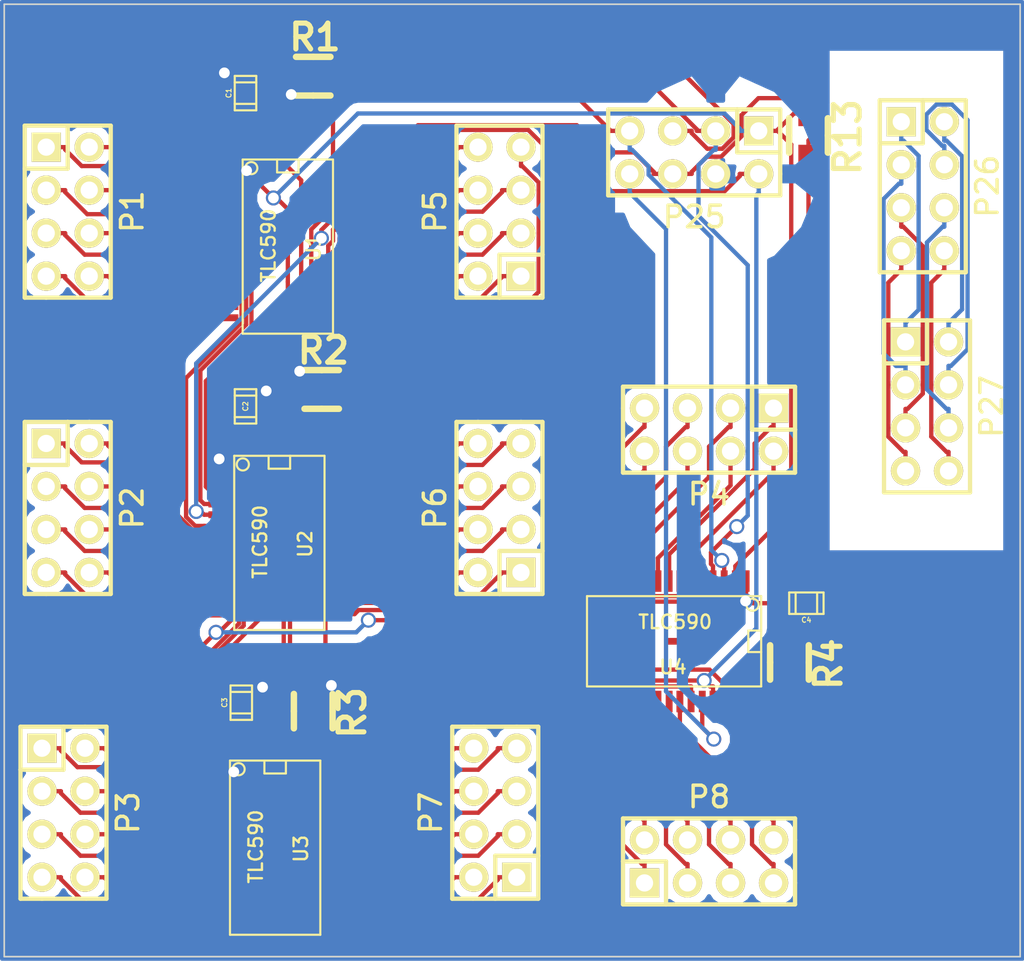
<source format=kicad_pcb>
(kicad_pcb (version 4) (host pcbnew 0.201412291931+5341~20~ubuntu14.04.1-product)

  (general
    (links 133)
    (no_connects 9)
    (area 112.694191 53 250.153184 131.500001)
    (thickness 1.6)
    (drawings 5)
    (tracks 699)
    (zones 0)
    (modules 24)
    (nets 90)
  )

  (page A4)
  (layers
    (0 F.Cu signal)
    (31 B.Cu signal)
    (32 B.Adhes user hide)
    (33 F.Adhes user hide)
    (34 B.Paste user hide)
    (35 F.Paste user hide)
    (36 B.SilkS user hide)
    (37 F.SilkS user hide)
    (38 B.Mask user hide)
    (39 F.Mask user hide)
    (40 Dwgs.User user hide)
    (41 Cmts.User user hide)
    (42 Eco1.User user hide)
    (43 Eco2.User user hide)
    (44 Edge.Cuts user)
  )

  (setup
    (last_trace_width 0.254)
    (trace_clearance 0.0254)
    (zone_clearance 0.508)
    (zone_45_only no)
    (trace_min 6.4516)
    (segment_width 0.2)
    (edge_width 0.1)
    (via_size 0.889)
    (via_drill 0.635)
    (via_min_size 22.5806)
    (via_min_drill 0.508)
    (uvia_size 0.508)
    (uvia_drill 0.127)
    (uvias_allowed no)
    (uvia_min_size 12.9032)
    (uvia_min_drill 0.127)
    (pcb_text_width 0.3)
    (pcb_text_size 1.5 1.5)
    (mod_edge_width 0.15)
    (mod_text_size 1 1)
    (mod_text_width 0.15)
    (pad_size 1 0.4)
    (pad_drill 0)
    (pad_to_mask_clearance 0)
    (aux_axis_origin 174.5 55.75)
    (visible_elements FFFFFF7F)
    (pcbplotparams
      (layerselection 0x010f0_80000001)
      (usegerberextensions true)
      (excludeedgelayer true)
      (linewidth 0.100000)
      (plotframeref false)
      (viasonmask false)
      (mode 1)
      (useauxorigin false)
      (hpglpennumber 1)
      (hpglpenspeed 20)
      (hpglpendiameter 15)
      (hpglpenoverlay 2)
      (psnegative false)
      (psa4output false)
      (plotreference true)
      (plotvalue true)
      (plotinvisibletext false)
      (padsonsilk false)
      (subtractmaskfromsilk false)
      (outputformat 1)
      (mirror false)
      (drillshape 0)
      (scaleselection 1)
      (outputdirectory Gerb/))
  )

  (net 0 "")
  (net 1 "Net-(R1-Pad2)")
  (net 2 "Net-(R2-Pad2)")
  (net 3 "Net-(R3-Pad2)")
  (net 4 "Net-(R4-Pad2)")
  (net 5 /ROA1)
  (net 6 /ROA2)
  (net 7 /ROA3)
  (net 8 /ROA4)
  (net 9 /ROA5)
  (net 10 /ROA6)
  (net 11 /ROA7)
  (net 12 /ROA8)
  (net 13 /ROB1)
  (net 14 /ROB2)
  (net 15 /ROB3)
  (net 16 /ROB4)
  (net 17 /ROB5)
  (net 18 /ROB6)
  (net 19 /ROB7)
  (net 20 /ROB8)
  (net 21 /ROC1)
  (net 22 /ROC2)
  (net 23 /ROC3)
  (net 24 /ROC4)
  (net 25 /ROC5)
  (net 26 /ROC6)
  (net 27 /ROC7)
  (net 28 /ROC8)
  (net 29 /ROD1)
  (net 30 /ROD2)
  (net 31 /ROD3)
  (net 32 /ROD4)
  (net 33 /ROD5)
  (net 34 /ROD6)
  (net 35 /ROD7)
  (net 36 /ROD8)
  (net 37 /ROA9)
  (net 38 /ROA10)
  (net 39 /ROA11)
  (net 40 /ROA12)
  (net 41 /ROA13)
  (net 42 /ROA14)
  (net 43 /ROA15)
  (net 44 /ROA16)
  (net 45 /ROB9)
  (net 46 /ROB10)
  (net 47 /ROB11)
  (net 48 /ROB12)
  (net 49 /ROB13)
  (net 50 /ROB14)
  (net 51 /ROB15)
  (net 52 /ROB16)
  (net 53 /ROC9)
  (net 54 /ROC10)
  (net 55 /ROC11)
  (net 56 /ROC12)
  (net 57 /ROC13)
  (net 58 /ROC14)
  (net 59 /ROC15)
  (net 60 /ROC16)
  (net 61 /ROD9)
  (net 62 /ROD10)
  (net 63 /ROD11)
  (net 64 /ROD12)
  (net 65 /ROD13)
  (net 66 /ROD14)
  (net 67 /ROD15)
  (net 68 /ROD16)
  (net 69 GND)
  (net 70 /blank)
  (net 71 /xlat)
  (net 72 /sclk)
  (net 73 /sin)
  (net 74 /xerr)
  (net 75 /sin_B)
  (net 76 /gsclk)
  (net 77 /sin_C)
  (net 78 /sin_D)
  (net 79 /sin_E)
  (net 80 +3.3V)
  (net 81 /L1)
  (net 82 /L2)
  (net 83 /L3)
  (net 84 /L4)
  (net 85 /L5)
  (net 86 /L6)
  (net 87 /L7)
  (net 88 /L8)
  (net 89 /vprg)

  (net_class Default "This is the default net class."
    (clearance 0.0254)
    (trace_width 0.254)
    (via_dia 0.889)
    (via_drill 0.635)
    (uvia_dia 0.508)
    (uvia_drill 0.127)
    (add_net +3.3V)
    (add_net /L1)
    (add_net /L2)
    (add_net /L3)
    (add_net /L4)
    (add_net /L5)
    (add_net /L6)
    (add_net /L7)
    (add_net /L8)
    (add_net /ROA1)
    (add_net /ROA10)
    (add_net /ROA11)
    (add_net /ROA12)
    (add_net /ROA13)
    (add_net /ROA14)
    (add_net /ROA15)
    (add_net /ROA16)
    (add_net /ROA2)
    (add_net /ROA3)
    (add_net /ROA4)
    (add_net /ROA5)
    (add_net /ROA6)
    (add_net /ROA7)
    (add_net /ROA8)
    (add_net /ROA9)
    (add_net /ROB1)
    (add_net /ROB10)
    (add_net /ROB11)
    (add_net /ROB12)
    (add_net /ROB13)
    (add_net /ROB14)
    (add_net /ROB15)
    (add_net /ROB16)
    (add_net /ROB2)
    (add_net /ROB3)
    (add_net /ROB4)
    (add_net /ROB5)
    (add_net /ROB6)
    (add_net /ROB7)
    (add_net /ROB8)
    (add_net /ROB9)
    (add_net /ROC1)
    (add_net /ROC10)
    (add_net /ROC11)
    (add_net /ROC12)
    (add_net /ROC13)
    (add_net /ROC14)
    (add_net /ROC15)
    (add_net /ROC16)
    (add_net /ROC2)
    (add_net /ROC3)
    (add_net /ROC4)
    (add_net /ROC5)
    (add_net /ROC6)
    (add_net /ROC7)
    (add_net /ROC8)
    (add_net /ROC9)
    (add_net /ROD1)
    (add_net /ROD10)
    (add_net /ROD11)
    (add_net /ROD12)
    (add_net /ROD13)
    (add_net /ROD14)
    (add_net /ROD15)
    (add_net /ROD16)
    (add_net /ROD2)
    (add_net /ROD3)
    (add_net /ROD4)
    (add_net /ROD5)
    (add_net /ROD6)
    (add_net /ROD7)
    (add_net /ROD8)
    (add_net /ROD9)
    (add_net /blank)
    (add_net /gsclk)
    (add_net /sclk)
    (add_net /sin)
    (add_net /sin_B)
    (add_net /sin_C)
    (add_net /sin_D)
    (add_net /sin_E)
    (add_net /vprg)
    (add_net /xerr)
    (add_net /xlat)
    (add_net GND)
    (add_net "Net-(R1-Pad2)")
    (add_net "Net-(R2-Pad2)")
    (add_net "Net-(R3-Pad2)")
    (add_net "Net-(R4-Pad2)")
  )

  (module Resistors_SMD:Resistor_SMD0805_HandSoldering placed (layer F.Cu) (tedit 53AB07F8) (tstamp 53AC74C8)
    (at 161.75 63.5 270)
    (descr "Resistor, SMD, 0805, Hand soldering,")
    (tags "Resistor, SMD, 0805, Hand soldering,")
    (path /53ABD2DF)
    (attr smd)
    (fp_text reference R13 (at 0.09906 -2.30124 270) (layer F.SilkS)
      (effects (font (thickness 0.3048)))
    )
    (fp_text value R (at 0.20066 2.60096 270) (layer F.SilkS) hide
      (effects (font (thickness 0.3048)))
    )
    (fp_line (start 0 -1.143) (end -1.016 -1.143) (layer F.SilkS) (width 0.381))
    (fp_line (start 0 -1.143) (end 1.016 -1.143) (layer F.SilkS) (width 0.381))
    (fp_line (start 0 1.143) (end -1.016 1.143) (layer F.SilkS) (width 0.381))
    (fp_line (start 0 1.143) (end 1.016 1.143) (layer F.SilkS) (width 0.381))
    (pad 1 smd rect (at -1.30048 0 270) (size 1.50114 1.19888) (layers F.Cu F.Paste F.Mask)
      (net 70 /blank))
    (pad 2 smd rect (at 1.30048 0 270) (size 1.50114 1.19888) (layers F.Cu F.Paste F.Mask)
      (net 80 +3.3V))
  )

  (module Pin_Headers:Pin_Header_Straight_2x04 placed (layer F.Cu) (tedit 53A8F82A) (tstamp 53AC736D)
    (at 118 68 270)
    (descr "1 pin")
    (tags "CONN DEV")
    (path /53A8FE24)
    (fp_text reference P1 (at 0 -3.81 270) (layer F.SilkS)
      (effects (font (size 1.27 1.27) (thickness 0.2032)))
    )
    (fp_text value CONN_4X2 (at 0 0 270) (layer F.SilkS) hide
      (effects (font (size 1.27 1.27) (thickness 0.2032)))
    )
    (fp_line (start -2.54 2.54) (end 5.08 2.54) (layer F.SilkS) (width 0.254))
    (fp_line (start 5.08 2.54) (end 5.08 -2.54) (layer F.SilkS) (width 0.254))
    (fp_line (start 5.08 -2.54) (end -5.08 -2.54) (layer F.SilkS) (width 0.254))
    (fp_line (start -5.08 -2.54) (end -5.08 0) (layer F.SilkS) (width 0.254))
    (fp_line (start -5.08 2.54) (end -2.54 2.54) (layer F.SilkS) (width 0.254))
    (fp_line (start -5.08 0) (end -2.54 0) (layer F.SilkS) (width 0.254))
    (fp_line (start -2.54 0) (end -2.54 2.54) (layer F.SilkS) (width 0.254))
    (fp_line (start -5.08 2.54) (end -5.08 0) (layer F.SilkS) (width 0.254))
    (pad 1 thru_hole rect (at -3.81 1.27 270) (size 1.7272 1.7272) (drill 1.016) (layers *.Cu *.Mask F.SilkS)
      (net 6 /ROA2))
    (pad 2 thru_hole oval (at -3.81 -1.27 270) (size 1.7272 1.7272) (drill 1.016) (layers *.Cu *.Mask F.SilkS)
      (net 5 /ROA1))
    (pad 3 thru_hole oval (at -1.27 1.27 270) (size 1.7272 1.7272) (drill 1.016) (layers *.Cu *.Mask F.SilkS)
      (net 8 /ROA4))
    (pad 4 thru_hole oval (at -1.27 -1.27 270) (size 1.7272 1.7272) (drill 1.016) (layers *.Cu *.Mask F.SilkS)
      (net 7 /ROA3))
    (pad 5 thru_hole oval (at 1.27 1.27 270) (size 1.7272 1.7272) (drill 1.016) (layers *.Cu *.Mask F.SilkS)
      (net 10 /ROA6))
    (pad 6 thru_hole oval (at 1.27 -1.27 270) (size 1.7272 1.7272) (drill 1.016) (layers *.Cu *.Mask F.SilkS)
      (net 9 /ROA5))
    (pad 7 thru_hole oval (at 3.81 1.27 270) (size 1.7272 1.7272) (drill 1.016) (layers *.Cu *.Mask F.SilkS)
      (net 12 /ROA8))
    (pad 8 thru_hole oval (at 3.81 -1.27 270) (size 1.7272 1.7272) (drill 1.016) (layers *.Cu *.Mask F.SilkS)
      (net 11 /ROA7))
    (model Pin_Headers/Pin_Header_Straight_2x04.wrl
      (at (xyz 0 0 0))
      (scale (xyz 1 1 1))
      (rotate (xyz 0 0 0))
    )
  )

  (module Pin_Headers:Pin_Header_Straight_2x04 placed (layer F.Cu) (tedit 53A8F82A) (tstamp 53AC74A8)
    (at 118 85.5 270)
    (descr "1 pin")
    (tags "CONN DEV")
    (path /53A8F43E)
    (fp_text reference P2 (at 0 -3.81 270) (layer F.SilkS)
      (effects (font (size 1.27 1.27) (thickness 0.2032)))
    )
    (fp_text value CONN_4X2 (at 0 0 270) (layer F.SilkS) hide
      (effects (font (size 1.27 1.27) (thickness 0.2032)))
    )
    (fp_line (start -2.54 2.54) (end 5.08 2.54) (layer F.SilkS) (width 0.254))
    (fp_line (start 5.08 2.54) (end 5.08 -2.54) (layer F.SilkS) (width 0.254))
    (fp_line (start 5.08 -2.54) (end -5.08 -2.54) (layer F.SilkS) (width 0.254))
    (fp_line (start -5.08 -2.54) (end -5.08 0) (layer F.SilkS) (width 0.254))
    (fp_line (start -5.08 2.54) (end -2.54 2.54) (layer F.SilkS) (width 0.254))
    (fp_line (start -5.08 0) (end -2.54 0) (layer F.SilkS) (width 0.254))
    (fp_line (start -2.54 0) (end -2.54 2.54) (layer F.SilkS) (width 0.254))
    (fp_line (start -5.08 2.54) (end -5.08 0) (layer F.SilkS) (width 0.254))
    (pad 1 thru_hole rect (at -3.81 1.27 270) (size 1.7272 1.7272) (drill 1.016) (layers *.Cu *.Mask F.SilkS)
      (net 14 /ROB2))
    (pad 2 thru_hole oval (at -3.81 -1.27 270) (size 1.7272 1.7272) (drill 1.016) (layers *.Cu *.Mask F.SilkS)
      (net 13 /ROB1))
    (pad 3 thru_hole oval (at -1.27 1.27 270) (size 1.7272 1.7272) (drill 1.016) (layers *.Cu *.Mask F.SilkS)
      (net 16 /ROB4))
    (pad 4 thru_hole oval (at -1.27 -1.27 270) (size 1.7272 1.7272) (drill 1.016) (layers *.Cu *.Mask F.SilkS)
      (net 15 /ROB3))
    (pad 5 thru_hole oval (at 1.27 1.27 270) (size 1.7272 1.7272) (drill 1.016) (layers *.Cu *.Mask F.SilkS)
      (net 18 /ROB6))
    (pad 6 thru_hole oval (at 1.27 -1.27 270) (size 1.7272 1.7272) (drill 1.016) (layers *.Cu *.Mask F.SilkS)
      (net 17 /ROB5))
    (pad 7 thru_hole oval (at 3.81 1.27 270) (size 1.7272 1.7272) (drill 1.016) (layers *.Cu *.Mask F.SilkS)
      (net 20 /ROB8))
    (pad 8 thru_hole oval (at 3.81 -1.27 270) (size 1.7272 1.7272) (drill 1.016) (layers *.Cu *.Mask F.SilkS)
      (net 19 /ROB7))
    (model Pin_Headers/Pin_Header_Straight_2x04.wrl
      (at (xyz 0 0 0))
      (scale (xyz 1 1 1))
      (rotate (xyz 0 0 0))
    )
  )

  (module Pin_Headers:Pin_Header_Straight_2x04 placed (layer F.Cu) (tedit 53A8F82A) (tstamp 53AC7493)
    (at 117.75 103.5 270)
    (descr "1 pin")
    (tags "CONN DEV")
    (path /53A8FD59)
    (fp_text reference P3 (at 0 -3.81 270) (layer F.SilkS)
      (effects (font (size 1.27 1.27) (thickness 0.2032)))
    )
    (fp_text value CONN_4X2 (at 0 0 270) (layer F.SilkS) hide
      (effects (font (size 1.27 1.27) (thickness 0.2032)))
    )
    (fp_line (start -2.54 2.54) (end 5.08 2.54) (layer F.SilkS) (width 0.254))
    (fp_line (start 5.08 2.54) (end 5.08 -2.54) (layer F.SilkS) (width 0.254))
    (fp_line (start 5.08 -2.54) (end -5.08 -2.54) (layer F.SilkS) (width 0.254))
    (fp_line (start -5.08 -2.54) (end -5.08 0) (layer F.SilkS) (width 0.254))
    (fp_line (start -5.08 2.54) (end -2.54 2.54) (layer F.SilkS) (width 0.254))
    (fp_line (start -5.08 0) (end -2.54 0) (layer F.SilkS) (width 0.254))
    (fp_line (start -2.54 0) (end -2.54 2.54) (layer F.SilkS) (width 0.254))
    (fp_line (start -5.08 2.54) (end -5.08 0) (layer F.SilkS) (width 0.254))
    (pad 1 thru_hole rect (at -3.81 1.27 270) (size 1.7272 1.7272) (drill 1.016) (layers *.Cu *.Mask F.SilkS)
      (net 22 /ROC2))
    (pad 2 thru_hole oval (at -3.81 -1.27 270) (size 1.7272 1.7272) (drill 1.016) (layers *.Cu *.Mask F.SilkS)
      (net 21 /ROC1))
    (pad 3 thru_hole oval (at -1.27 1.27 270) (size 1.7272 1.7272) (drill 1.016) (layers *.Cu *.Mask F.SilkS)
      (net 24 /ROC4))
    (pad 4 thru_hole oval (at -1.27 -1.27 270) (size 1.7272 1.7272) (drill 1.016) (layers *.Cu *.Mask F.SilkS)
      (net 23 /ROC3))
    (pad 5 thru_hole oval (at 1.27 1.27 270) (size 1.7272 1.7272) (drill 1.016) (layers *.Cu *.Mask F.SilkS)
      (net 26 /ROC6))
    (pad 6 thru_hole oval (at 1.27 -1.27 270) (size 1.7272 1.7272) (drill 1.016) (layers *.Cu *.Mask F.SilkS)
      (net 25 /ROC5))
    (pad 7 thru_hole oval (at 3.81 1.27 270) (size 1.7272 1.7272) (drill 1.016) (layers *.Cu *.Mask F.SilkS)
      (net 28 /ROC8))
    (pad 8 thru_hole oval (at 3.81 -1.27 270) (size 1.7272 1.7272) (drill 1.016) (layers *.Cu *.Mask F.SilkS)
      (net 27 /ROC7))
    (model Pin_Headers/Pin_Header_Straight_2x04.wrl
      (at (xyz 0 0 0))
      (scale (xyz 1 1 1))
      (rotate (xyz 0 0 0))
    )
  )

  (module Pin_Headers:Pin_Header_Straight_2x04 placed (layer F.Cu) (tedit 53A8F82A) (tstamp 5434597F)
    (at 155.875 80.875 180)
    (descr "1 pin")
    (tags "CONN DEV")
    (path /53A8FDA3)
    (fp_text reference P4 (at 0 -3.81 180) (layer F.SilkS)
      (effects (font (size 1.27 1.27) (thickness 0.2032)))
    )
    (fp_text value CONN_4X2 (at 0 0 180) (layer F.SilkS) hide
      (effects (font (size 1.27 1.27) (thickness 0.2032)))
    )
    (fp_line (start -2.54 2.54) (end 5.08 2.54) (layer F.SilkS) (width 0.254))
    (fp_line (start 5.08 2.54) (end 5.08 -2.54) (layer F.SilkS) (width 0.254))
    (fp_line (start 5.08 -2.54) (end -5.08 -2.54) (layer F.SilkS) (width 0.254))
    (fp_line (start -5.08 -2.54) (end -5.08 0) (layer F.SilkS) (width 0.254))
    (fp_line (start -5.08 2.54) (end -2.54 2.54) (layer F.SilkS) (width 0.254))
    (fp_line (start -5.08 0) (end -2.54 0) (layer F.SilkS) (width 0.254))
    (fp_line (start -2.54 0) (end -2.54 2.54) (layer F.SilkS) (width 0.254))
    (fp_line (start -5.08 2.54) (end -5.08 0) (layer F.SilkS) (width 0.254))
    (pad 1 thru_hole rect (at -3.81 1.27 180) (size 1.7272 1.7272) (drill 1.016) (layers *.Cu *.Mask F.SilkS)
      (net 30 /ROD2))
    (pad 2 thru_hole oval (at -3.81 -1.27 180) (size 1.7272 1.7272) (drill 1.016) (layers *.Cu *.Mask F.SilkS)
      (net 29 /ROD1))
    (pad 3 thru_hole oval (at -1.27 1.27 180) (size 1.7272 1.7272) (drill 1.016) (layers *.Cu *.Mask F.SilkS)
      (net 32 /ROD4))
    (pad 4 thru_hole oval (at -1.27 -1.27 180) (size 1.7272 1.7272) (drill 1.016) (layers *.Cu *.Mask F.SilkS)
      (net 31 /ROD3))
    (pad 5 thru_hole oval (at 1.27 1.27 180) (size 1.7272 1.7272) (drill 1.016) (layers *.Cu *.Mask F.SilkS)
      (net 34 /ROD6))
    (pad 6 thru_hole oval (at 1.27 -1.27 180) (size 1.7272 1.7272) (drill 1.016) (layers *.Cu *.Mask F.SilkS)
      (net 33 /ROD5))
    (pad 7 thru_hole oval (at 3.81 1.27 180) (size 1.7272 1.7272) (drill 1.016) (layers *.Cu *.Mask F.SilkS)
      (net 36 /ROD8))
    (pad 8 thru_hole oval (at 3.81 -1.27 180) (size 1.7272 1.7272) (drill 1.016) (layers *.Cu *.Mask F.SilkS)
      (net 35 /ROD7))
    (model Pin_Headers/Pin_Header_Straight_2x04.wrl
      (at (xyz 0 0 0))
      (scale (xyz 1 1 1))
      (rotate (xyz 0 0 0))
    )
  )

  (module Pin_Headers:Pin_Header_Straight_2x04 placed (layer F.Cu) (tedit 53A8F82A) (tstamp 53AC7469)
    (at 143.5 68 90)
    (descr "1 pin")
    (tags "CONN DEV")
    (path /53A8E719)
    (fp_text reference P5 (at 0 -3.81 90) (layer F.SilkS)
      (effects (font (size 1.27 1.27) (thickness 0.2032)))
    )
    (fp_text value CONN_4X2 (at 0 0 90) (layer F.SilkS) hide
      (effects (font (size 1.27 1.27) (thickness 0.2032)))
    )
    (fp_line (start -2.54 2.54) (end 5.08 2.54) (layer F.SilkS) (width 0.254))
    (fp_line (start 5.08 2.54) (end 5.08 -2.54) (layer F.SilkS) (width 0.254))
    (fp_line (start 5.08 -2.54) (end -5.08 -2.54) (layer F.SilkS) (width 0.254))
    (fp_line (start -5.08 -2.54) (end -5.08 0) (layer F.SilkS) (width 0.254))
    (fp_line (start -5.08 2.54) (end -2.54 2.54) (layer F.SilkS) (width 0.254))
    (fp_line (start -5.08 0) (end -2.54 0) (layer F.SilkS) (width 0.254))
    (fp_line (start -2.54 0) (end -2.54 2.54) (layer F.SilkS) (width 0.254))
    (fp_line (start -5.08 2.54) (end -5.08 0) (layer F.SilkS) (width 0.254))
    (pad 1 thru_hole rect (at -3.81 1.27 90) (size 1.7272 1.7272) (drill 1.016) (layers *.Cu *.Mask F.SilkS)
      (net 37 /ROA9))
    (pad 2 thru_hole oval (at -3.81 -1.27 90) (size 1.7272 1.7272) (drill 1.016) (layers *.Cu *.Mask F.SilkS)
      (net 38 /ROA10))
    (pad 3 thru_hole oval (at -1.27 1.27 90) (size 1.7272 1.7272) (drill 1.016) (layers *.Cu *.Mask F.SilkS)
      (net 39 /ROA11))
    (pad 4 thru_hole oval (at -1.27 -1.27 90) (size 1.7272 1.7272) (drill 1.016) (layers *.Cu *.Mask F.SilkS)
      (net 40 /ROA12))
    (pad 5 thru_hole oval (at 1.27 1.27 90) (size 1.7272 1.7272) (drill 1.016) (layers *.Cu *.Mask F.SilkS)
      (net 41 /ROA13))
    (pad 6 thru_hole oval (at 1.27 -1.27 90) (size 1.7272 1.7272) (drill 1.016) (layers *.Cu *.Mask F.SilkS)
      (net 42 /ROA14))
    (pad 7 thru_hole oval (at 3.81 1.27 90) (size 1.7272 1.7272) (drill 1.016) (layers *.Cu *.Mask F.SilkS)
      (net 43 /ROA15))
    (pad 8 thru_hole oval (at 3.81 -1.27 90) (size 1.7272 1.7272) (drill 1.016) (layers *.Cu *.Mask F.SilkS)
      (net 44 /ROA16))
    (model Pin_Headers/Pin_Header_Straight_2x04.wrl
      (at (xyz 0 0 0))
      (scale (xyz 1 1 1))
      (rotate (xyz 0 0 0))
    )
  )

  (module Pin_Headers:Pin_Header_Straight_2x04 placed (layer F.Cu) (tedit 53A8F82A) (tstamp 53AC7454)
    (at 143.5 85.5 90)
    (descr "1 pin")
    (tags "CONN DEV")
    (path /53A8F45A)
    (fp_text reference P6 (at 0 -3.81 90) (layer F.SilkS)
      (effects (font (size 1.27 1.27) (thickness 0.2032)))
    )
    (fp_text value CONN_4X2 (at 0 0 90) (layer F.SilkS) hide
      (effects (font (size 1.27 1.27) (thickness 0.2032)))
    )
    (fp_line (start -2.54 2.54) (end 5.08 2.54) (layer F.SilkS) (width 0.254))
    (fp_line (start 5.08 2.54) (end 5.08 -2.54) (layer F.SilkS) (width 0.254))
    (fp_line (start 5.08 -2.54) (end -5.08 -2.54) (layer F.SilkS) (width 0.254))
    (fp_line (start -5.08 -2.54) (end -5.08 0) (layer F.SilkS) (width 0.254))
    (fp_line (start -5.08 2.54) (end -2.54 2.54) (layer F.SilkS) (width 0.254))
    (fp_line (start -5.08 0) (end -2.54 0) (layer F.SilkS) (width 0.254))
    (fp_line (start -2.54 0) (end -2.54 2.54) (layer F.SilkS) (width 0.254))
    (fp_line (start -5.08 2.54) (end -5.08 0) (layer F.SilkS) (width 0.254))
    (pad 1 thru_hole rect (at -3.81 1.27 90) (size 1.7272 1.7272) (drill 1.016) (layers *.Cu *.Mask F.SilkS)
      (net 45 /ROB9))
    (pad 2 thru_hole oval (at -3.81 -1.27 90) (size 1.7272 1.7272) (drill 1.016) (layers *.Cu *.Mask F.SilkS)
      (net 46 /ROB10))
    (pad 3 thru_hole oval (at -1.27 1.27 90) (size 1.7272 1.7272) (drill 1.016) (layers *.Cu *.Mask F.SilkS)
      (net 47 /ROB11))
    (pad 4 thru_hole oval (at -1.27 -1.27 90) (size 1.7272 1.7272) (drill 1.016) (layers *.Cu *.Mask F.SilkS)
      (net 48 /ROB12))
    (pad 5 thru_hole oval (at 1.27 1.27 90) (size 1.7272 1.7272) (drill 1.016) (layers *.Cu *.Mask F.SilkS)
      (net 49 /ROB13))
    (pad 6 thru_hole oval (at 1.27 -1.27 90) (size 1.7272 1.7272) (drill 1.016) (layers *.Cu *.Mask F.SilkS)
      (net 50 /ROB14))
    (pad 7 thru_hole oval (at 3.81 1.27 90) (size 1.7272 1.7272) (drill 1.016) (layers *.Cu *.Mask F.SilkS)
      (net 51 /ROB15))
    (pad 8 thru_hole oval (at 3.81 -1.27 90) (size 1.7272 1.7272) (drill 1.016) (layers *.Cu *.Mask F.SilkS)
      (net 52 /ROB16))
    (model Pin_Headers/Pin_Header_Straight_2x04.wrl
      (at (xyz 0 0 0))
      (scale (xyz 1 1 1))
      (rotate (xyz 0 0 0))
    )
  )

  (module Pin_Headers:Pin_Header_Straight_2x04 placed (layer F.Cu) (tedit 53A8F82A) (tstamp 53AC743F)
    (at 143.25 103.5 90)
    (descr "1 pin")
    (tags "CONN DEV")
    (path /53A8FD75)
    (fp_text reference P7 (at 0 -3.81 90) (layer F.SilkS)
      (effects (font (size 1.27 1.27) (thickness 0.2032)))
    )
    (fp_text value CONN_4X2 (at 0 0 90) (layer F.SilkS) hide
      (effects (font (size 1.27 1.27) (thickness 0.2032)))
    )
    (fp_line (start -2.54 2.54) (end 5.08 2.54) (layer F.SilkS) (width 0.254))
    (fp_line (start 5.08 2.54) (end 5.08 -2.54) (layer F.SilkS) (width 0.254))
    (fp_line (start 5.08 -2.54) (end -5.08 -2.54) (layer F.SilkS) (width 0.254))
    (fp_line (start -5.08 -2.54) (end -5.08 0) (layer F.SilkS) (width 0.254))
    (fp_line (start -5.08 2.54) (end -2.54 2.54) (layer F.SilkS) (width 0.254))
    (fp_line (start -5.08 0) (end -2.54 0) (layer F.SilkS) (width 0.254))
    (fp_line (start -2.54 0) (end -2.54 2.54) (layer F.SilkS) (width 0.254))
    (fp_line (start -5.08 2.54) (end -5.08 0) (layer F.SilkS) (width 0.254))
    (pad 1 thru_hole rect (at -3.81 1.27 90) (size 1.7272 1.7272) (drill 1.016) (layers *.Cu *.Mask F.SilkS)
      (net 53 /ROC9))
    (pad 2 thru_hole oval (at -3.81 -1.27 90) (size 1.7272 1.7272) (drill 1.016) (layers *.Cu *.Mask F.SilkS)
      (net 54 /ROC10))
    (pad 3 thru_hole oval (at -1.27 1.27 90) (size 1.7272 1.7272) (drill 1.016) (layers *.Cu *.Mask F.SilkS)
      (net 55 /ROC11))
    (pad 4 thru_hole oval (at -1.27 -1.27 90) (size 1.7272 1.7272) (drill 1.016) (layers *.Cu *.Mask F.SilkS)
      (net 56 /ROC12))
    (pad 5 thru_hole oval (at 1.27 1.27 90) (size 1.7272 1.7272) (drill 1.016) (layers *.Cu *.Mask F.SilkS)
      (net 57 /ROC13))
    (pad 6 thru_hole oval (at 1.27 -1.27 90) (size 1.7272 1.7272) (drill 1.016) (layers *.Cu *.Mask F.SilkS)
      (net 58 /ROC14))
    (pad 7 thru_hole oval (at 3.81 1.27 90) (size 1.7272 1.7272) (drill 1.016) (layers *.Cu *.Mask F.SilkS)
      (net 59 /ROC15))
    (pad 8 thru_hole oval (at 3.81 -1.27 90) (size 1.7272 1.7272) (drill 1.016) (layers *.Cu *.Mask F.SilkS)
      (net 60 /ROC16))
    (model Pin_Headers/Pin_Header_Straight_2x04.wrl
      (at (xyz 0 0 0))
      (scale (xyz 1 1 1))
      (rotate (xyz 0 0 0))
    )
  )

  (module Pin_Headers:Pin_Header_Straight_2x04 placed (layer F.Cu) (tedit 53A8F82A) (tstamp 5434596A)
    (at 155.875 106.375)
    (descr "1 pin")
    (tags "CONN DEV")
    (path /53A8FDBF)
    (fp_text reference P8 (at 0 -3.81) (layer F.SilkS)
      (effects (font (size 1.27 1.27) (thickness 0.2032)))
    )
    (fp_text value CONN_4X2 (at 0 0) (layer F.SilkS) hide
      (effects (font (size 1.27 1.27) (thickness 0.2032)))
    )
    (fp_line (start -2.54 2.54) (end 5.08 2.54) (layer F.SilkS) (width 0.254))
    (fp_line (start 5.08 2.54) (end 5.08 -2.54) (layer F.SilkS) (width 0.254))
    (fp_line (start 5.08 -2.54) (end -5.08 -2.54) (layer F.SilkS) (width 0.254))
    (fp_line (start -5.08 -2.54) (end -5.08 0) (layer F.SilkS) (width 0.254))
    (fp_line (start -5.08 2.54) (end -2.54 2.54) (layer F.SilkS) (width 0.254))
    (fp_line (start -5.08 0) (end -2.54 0) (layer F.SilkS) (width 0.254))
    (fp_line (start -2.54 0) (end -2.54 2.54) (layer F.SilkS) (width 0.254))
    (fp_line (start -5.08 2.54) (end -5.08 0) (layer F.SilkS) (width 0.254))
    (pad 1 thru_hole rect (at -3.81 1.27) (size 1.7272 1.7272) (drill 1.016) (layers *.Cu *.Mask F.SilkS)
      (net 61 /ROD9))
    (pad 2 thru_hole oval (at -3.81 -1.27) (size 1.7272 1.7272) (drill 1.016) (layers *.Cu *.Mask F.SilkS)
      (net 62 /ROD10))
    (pad 3 thru_hole oval (at -1.27 1.27) (size 1.7272 1.7272) (drill 1.016) (layers *.Cu *.Mask F.SilkS)
      (net 63 /ROD11))
    (pad 4 thru_hole oval (at -1.27 -1.27) (size 1.7272 1.7272) (drill 1.016) (layers *.Cu *.Mask F.SilkS)
      (net 64 /ROD12))
    (pad 5 thru_hole oval (at 1.27 1.27) (size 1.7272 1.7272) (drill 1.016) (layers *.Cu *.Mask F.SilkS)
      (net 65 /ROD13))
    (pad 6 thru_hole oval (at 1.27 -1.27) (size 1.7272 1.7272) (drill 1.016) (layers *.Cu *.Mask F.SilkS)
      (net 66 /ROD14))
    (pad 7 thru_hole oval (at 3.81 1.27) (size 1.7272 1.7272) (drill 1.016) (layers *.Cu *.Mask F.SilkS)
      (net 67 /ROD15))
    (pad 8 thru_hole oval (at 3.81 -1.27) (size 1.7272 1.7272) (drill 1.016) (layers *.Cu *.Mask F.SilkS)
      (net 68 /ROD16))
    (model Pin_Headers/Pin_Header_Straight_2x04.wrl
      (at (xyz 0 0 0))
      (scale (xyz 1 1 1))
      (rotate (xyz 0 0 0))
    )
  )

  (module Resistors_SMD:Resistor_SMD0805_HandSoldering placed (layer F.Cu) (tedit 53A8F82A) (tstamp 53AC72C5)
    (at 132.5 60)
    (descr "Resistor, SMD, 0805, Hand soldering,")
    (tags "Resistor, SMD, 0805, Hand soldering,")
    (path /53A8EAAB)
    (attr smd)
    (fp_text reference R1 (at 0.09906 -2.30124) (layer F.SilkS)
      (effects (font (thickness 0.3048)))
    )
    (fp_text value R (at 0.20066 2.60096) (layer F.SilkS) hide
      (effects (font (thickness 0.3048)))
    )
    (fp_line (start 0 -1.143) (end -1.016 -1.143) (layer F.SilkS) (width 0.381))
    (fp_line (start 0 -1.143) (end 1.016 -1.143) (layer F.SilkS) (width 0.381))
    (fp_line (start 0 1.143) (end -1.016 1.143) (layer F.SilkS) (width 0.381))
    (fp_line (start 0 1.143) (end 1.016 1.143) (layer F.SilkS) (width 0.381))
    (pad 1 smd rect (at -1.30048 0) (size 1.50114 1.19888) (layers F.Cu F.Paste F.Mask)
      (net 69 GND))
    (pad 2 smd rect (at 1.30048 0) (size 1.50114 1.19888) (layers F.Cu F.Paste F.Mask)
      (net 1 "Net-(R1-Pad2)"))
  )

  (module Resistors_SMD:Resistor_SMD0805_HandSoldering placed (layer F.Cu) (tedit 53A8F82A) (tstamp 53AC72BA)
    (at 133 78.5)
    (descr "Resistor, SMD, 0805, Hand soldering,")
    (tags "Resistor, SMD, 0805, Hand soldering,")
    (path /53A8F479)
    (attr smd)
    (fp_text reference R2 (at 0.09906 -2.30124) (layer F.SilkS)
      (effects (font (thickness 0.3048)))
    )
    (fp_text value R (at 0.20066 2.60096) (layer F.SilkS) hide
      (effects (font (thickness 0.3048)))
    )
    (fp_line (start 0 -1.143) (end -1.016 -1.143) (layer F.SilkS) (width 0.381))
    (fp_line (start 0 -1.143) (end 1.016 -1.143) (layer F.SilkS) (width 0.381))
    (fp_line (start 0 1.143) (end -1.016 1.143) (layer F.SilkS) (width 0.381))
    (fp_line (start 0 1.143) (end 1.016 1.143) (layer F.SilkS) (width 0.381))
    (pad 1 smd rect (at -1.30048 0) (size 1.50114 1.19888) (layers F.Cu F.Paste F.Mask)
      (net 69 GND))
    (pad 2 smd rect (at 1.30048 0) (size 1.50114 1.19888) (layers F.Cu F.Paste F.Mask)
      (net 2 "Net-(R2-Pad2)"))
  )

  (module Resistors_SMD:Resistor_SMD0805_HandSoldering placed (layer F.Cu) (tedit 53A8F82A) (tstamp 53AC72AF)
    (at 132.5 97.5 270)
    (descr "Resistor, SMD, 0805, Hand soldering,")
    (tags "Resistor, SMD, 0805, Hand soldering,")
    (path /53A8FD94)
    (attr smd)
    (fp_text reference R3 (at 0.09906 -2.30124 270) (layer F.SilkS)
      (effects (font (thickness 0.3048)))
    )
    (fp_text value R (at 0.20066 2.60096 270) (layer F.SilkS) hide
      (effects (font (thickness 0.3048)))
    )
    (fp_line (start 0 -1.143) (end -1.016 -1.143) (layer F.SilkS) (width 0.381))
    (fp_line (start 0 -1.143) (end 1.016 -1.143) (layer F.SilkS) (width 0.381))
    (fp_line (start 0 1.143) (end -1.016 1.143) (layer F.SilkS) (width 0.381))
    (fp_line (start 0 1.143) (end 1.016 1.143) (layer F.SilkS) (width 0.381))
    (pad 1 smd rect (at -1.30048 0 270) (size 1.50114 1.19888) (layers F.Cu F.Paste F.Mask)
      (net 69 GND))
    (pad 2 smd rect (at 1.30048 0 270) (size 1.50114 1.19888) (layers F.Cu F.Paste F.Mask)
      (net 3 "Net-(R3-Pad2)"))
  )

  (module Resistors_SMD:Resistor_SMD0805_HandSoldering placed (layer F.Cu) (tedit 53A8F82A) (tstamp 54345955)
    (at 160.625 94.625 270)
    (descr "Resistor, SMD, 0805, Hand soldering,")
    (tags "Resistor, SMD, 0805, Hand soldering,")
    (path /53A8FDDE)
    (attr smd)
    (fp_text reference R4 (at 0.09906 -2.30124 270) (layer F.SilkS)
      (effects (font (thickness 0.3048)))
    )
    (fp_text value R (at 0.20066 2.60096 270) (layer F.SilkS) hide
      (effects (font (thickness 0.3048)))
    )
    (fp_line (start 0 -1.143) (end -1.016 -1.143) (layer F.SilkS) (width 0.381))
    (fp_line (start 0 -1.143) (end 1.016 -1.143) (layer F.SilkS) (width 0.381))
    (fp_line (start 0 1.143) (end -1.016 1.143) (layer F.SilkS) (width 0.381))
    (fp_line (start 0 1.143) (end 1.016 1.143) (layer F.SilkS) (width 0.381))
    (pad 1 smd rect (at -1.30048 0 270) (size 1.50114 1.19888) (layers F.Cu F.Paste F.Mask)
      (net 69 GND))
    (pad 2 smd rect (at 1.30048 0 270) (size 1.50114 1.19888) (layers F.Cu F.Paste F.Mask)
      (net 4 "Net-(R4-Pad2)"))
  )

  (module Capacitors_SMD:c_0805 (layer F.Cu) (tedit 53AB07F8) (tstamp 53AC7577)
    (at 128.5 61 90)
    (descr "SMT capacitor, 0805")
    (path /53AAF7B4)
    (fp_text reference C1 (at 0 -0.9906 90) (layer F.SilkS)
      (effects (font (size 0.29972 0.29972) (thickness 0.06096)))
    )
    (fp_text value C (at 0 0.9906 90) (layer F.SilkS) hide
      (effects (font (size 0.29972 0.29972) (thickness 0.06096)))
    )
    (fp_line (start 0.635 -0.635) (end 0.635 0.635) (layer F.SilkS) (width 0.127))
    (fp_line (start -0.635 -0.635) (end -0.635 0.6096) (layer F.SilkS) (width 0.127))
    (fp_line (start -1.016 -0.635) (end 1.016 -0.635) (layer F.SilkS) (width 0.127))
    (fp_line (start 1.016 -0.635) (end 1.016 0.635) (layer F.SilkS) (width 0.127))
    (fp_line (start 1.016 0.635) (end -1.016 0.635) (layer F.SilkS) (width 0.127))
    (fp_line (start -1.016 0.635) (end -1.016 -0.635) (layer F.SilkS) (width 0.127))
    (pad 1 smd rect (at 0.9525 0 90) (size 1.30048 1.4986) (layers F.Cu F.Paste F.Mask)
      (net 69 GND))
    (pad 2 smd rect (at -0.9525 0 90) (size 1.30048 1.4986) (layers F.Cu F.Paste F.Mask)
      (net 80 +3.3V))
    (model smd/capacitors/c_0805.wrl
      (at (xyz 0 0 0))
      (scale (xyz 1 1 1))
      (rotate (xyz 0 0 0))
    )
  )

  (module Capacitors_SMD:c_0805 (layer F.Cu) (tedit 5404FF38) (tstamp 53AC756A)
    (at 128.5 79.5 90)
    (descr "SMT capacitor, 0805")
    (path /53AAFCAD)
    (fp_text reference C2 (at 0 0 90) (layer F.SilkS)
      (effects (font (size 0.29972 0.29972) (thickness 0.06096)))
    )
    (fp_text value C (at 0 0.9906 90) (layer F.SilkS) hide
      (effects (font (size 0.29972 0.29972) (thickness 0.06096)))
    )
    (fp_line (start 0.635 -0.635) (end 0.635 0.635) (layer F.SilkS) (width 0.127))
    (fp_line (start -0.635 -0.635) (end -0.635 0.6096) (layer F.SilkS) (width 0.127))
    (fp_line (start -1.016 -0.635) (end 1.016 -0.635) (layer F.SilkS) (width 0.127))
    (fp_line (start 1.016 -0.635) (end 1.016 0.635) (layer F.SilkS) (width 0.127))
    (fp_line (start 1.016 0.635) (end -1.016 0.635) (layer F.SilkS) (width 0.127))
    (fp_line (start -1.016 0.635) (end -1.016 -0.635) (layer F.SilkS) (width 0.127))
    (pad 1 smd rect (at 0.9525 0 90) (size 1.30048 1.4986) (layers F.Cu F.Paste F.Mask)
      (net 69 GND))
    (pad 2 smd rect (at -0.9525 0 90) (size 1.30048 1.4986) (layers F.Cu F.Paste F.Mask)
      (net 80 +3.3V))
    (model smd/capacitors/c_0805.wrl
      (at (xyz 0 0 0))
      (scale (xyz 1 1 1))
      (rotate (xyz 0 0 0))
    )
  )

  (module Capacitors_SMD:c_0805 (layer F.Cu) (tedit 53AB07F8) (tstamp 53AC755D)
    (at 128.25 97 90)
    (descr "SMT capacitor, 0805")
    (path /53AAFE01)
    (fp_text reference C3 (at 0 -0.9906 90) (layer F.SilkS)
      (effects (font (size 0.29972 0.29972) (thickness 0.06096)))
    )
    (fp_text value C (at 0 0.9906 90) (layer F.SilkS) hide
      (effects (font (size 0.29972 0.29972) (thickness 0.06096)))
    )
    (fp_line (start 0.635 -0.635) (end 0.635 0.635) (layer F.SilkS) (width 0.127))
    (fp_line (start -0.635 -0.635) (end -0.635 0.6096) (layer F.SilkS) (width 0.127))
    (fp_line (start -1.016 -0.635) (end 1.016 -0.635) (layer F.SilkS) (width 0.127))
    (fp_line (start 1.016 -0.635) (end 1.016 0.635) (layer F.SilkS) (width 0.127))
    (fp_line (start 1.016 0.635) (end -1.016 0.635) (layer F.SilkS) (width 0.127))
    (fp_line (start -1.016 0.635) (end -1.016 -0.635) (layer F.SilkS) (width 0.127))
    (pad 1 smd rect (at 0.9525 0 90) (size 1.30048 1.4986) (layers F.Cu F.Paste F.Mask)
      (net 69 GND))
    (pad 2 smd rect (at -0.9525 0 90) (size 1.30048 1.4986) (layers F.Cu F.Paste F.Mask)
      (net 80 +3.3V))
    (model smd/capacitors/c_0805.wrl
      (at (xyz 0 0 0))
      (scale (xyz 1 1 1))
      (rotate (xyz 0 0 0))
    )
  )

  (module Capacitors_SMD:c_0805 (layer F.Cu) (tedit 53AB07F8) (tstamp 54349770)
    (at 161.625 91.125 180)
    (descr "SMT capacitor, 0805")
    (path /53AB0034)
    (fp_text reference C4 (at 0 -0.9906 180) (layer F.SilkS)
      (effects (font (size 0.29972 0.29972) (thickness 0.06096)))
    )
    (fp_text value C (at 0 0.9906 180) (layer F.SilkS) hide
      (effects (font (size 0.29972 0.29972) (thickness 0.06096)))
    )
    (fp_line (start 0.635 -0.635) (end 0.635 0.635) (layer F.SilkS) (width 0.127))
    (fp_line (start -0.635 -0.635) (end -0.635 0.6096) (layer F.SilkS) (width 0.127))
    (fp_line (start -1.016 -0.635) (end 1.016 -0.635) (layer F.SilkS) (width 0.127))
    (fp_line (start 1.016 -0.635) (end 1.016 0.635) (layer F.SilkS) (width 0.127))
    (fp_line (start 1.016 0.635) (end -1.016 0.635) (layer F.SilkS) (width 0.127))
    (fp_line (start -1.016 0.635) (end -1.016 -0.635) (layer F.SilkS) (width 0.127))
    (pad 1 smd rect (at 0.9525 0 180) (size 1.30048 1.4986) (layers F.Cu F.Paste F.Mask)
      (net 69 GND))
    (pad 2 smd rect (at -0.9525 0 180) (size 1.30048 1.4986) (layers F.Cu F.Paste F.Mask)
      (net 80 +3.3V))
    (model smd/capacitors/c_0805.wrl
      (at (xyz 0 0 0))
      (scale (xyz 1 1 1))
      (rotate (xyz 0 0 0))
    )
  )

  (module Pin_Headers:Pin_Header_Straight_2x04 (layer F.Cu) (tedit 5404E7FB) (tstamp 5434A4D9)
    (at 168.5 66.5 270)
    (descr "1 pin")
    (tags "CONN DEV")
    (path /54027DB9)
    (fp_text reference P26 (at 0 -3.81 270) (layer F.SilkS)
      (effects (font (size 1.27 1.27) (thickness 0.2032)))
    )
    (fp_text value CONN_4X2 (at 0 0 270) (layer F.SilkS) hide
      (effects (font (size 1.27 1.27) (thickness 0.2032)))
    )
    (fp_line (start -2.54 2.54) (end 5.08 2.54) (layer F.SilkS) (width 0.254))
    (fp_line (start 5.08 2.54) (end 5.08 -2.54) (layer F.SilkS) (width 0.254))
    (fp_line (start 5.08 -2.54) (end -5.08 -2.54) (layer F.SilkS) (width 0.254))
    (fp_line (start -5.08 -2.54) (end -5.08 0) (layer F.SilkS) (width 0.254))
    (fp_line (start -5.08 2.54) (end -2.54 2.54) (layer F.SilkS) (width 0.254))
    (fp_line (start -5.08 0) (end -2.54 0) (layer F.SilkS) (width 0.254))
    (fp_line (start -2.54 0) (end -2.54 2.54) (layer F.SilkS) (width 0.254))
    (fp_line (start -5.08 2.54) (end -5.08 0) (layer F.SilkS) (width 0.254))
    (pad 1 thru_hole rect (at -3.81 1.27 270) (size 1.7272 1.7272) (drill 1.016) (layers *.Cu *.Mask F.SilkS)
      (net 81 /L1))
    (pad 2 thru_hole oval (at -3.81 -1.27 270) (size 1.7272 1.7272) (drill 1.016) (layers *.Cu *.Mask F.SilkS)
      (net 82 /L2))
    (pad 3 thru_hole oval (at -1.27 1.27 270) (size 1.7272 1.7272) (drill 1.016) (layers *.Cu *.Mask F.SilkS)
      (net 83 /L3))
    (pad 4 thru_hole oval (at -1.27 -1.27 270) (size 1.7272 1.7272) (drill 1.016) (layers *.Cu *.Mask F.SilkS)
      (net 84 /L4))
    (pad 5 thru_hole oval (at 1.27 1.27 270) (size 1.7272 1.7272) (drill 1.016) (layers *.Cu *.Mask F.SilkS)
      (net 85 /L5))
    (pad 6 thru_hole oval (at 1.27 -1.27 270) (size 1.7272 1.7272) (drill 1.016) (layers *.Cu *.Mask F.SilkS)
      (net 86 /L6))
    (pad 7 thru_hole oval (at 3.81 1.27 270) (size 1.7272 1.7272) (drill 1.016) (layers *.Cu *.Mask F.SilkS)
      (net 87 /L7))
    (pad 8 thru_hole oval (at 3.81 -1.27 270) (size 1.7272 1.7272) (drill 1.016) (layers *.Cu *.Mask F.SilkS)
      (net 88 /L8))
    (model Pin_Headers/Pin_Header_Straight_2x04.wrl
      (at (xyz 0 0 0))
      (scale (xyz 1 1 1))
      (rotate (xyz 0 0 0))
    )
  )

  (module Pin_Headers:Pin_Header_Straight_2x04 (layer F.Cu) (tedit 5404E7FB) (tstamp 5434A4EE)
    (at 168.75 79.5 270)
    (descr "1 pin")
    (tags "CONN DEV")
    (path /5402961E)
    (fp_text reference P27 (at 0 -3.81 270) (layer F.SilkS)
      (effects (font (size 1.27 1.27) (thickness 0.2032)))
    )
    (fp_text value CONN_4X2 (at 0 0 270) (layer F.SilkS) hide
      (effects (font (size 1.27 1.27) (thickness 0.2032)))
    )
    (fp_line (start -2.54 2.54) (end 5.08 2.54) (layer F.SilkS) (width 0.254))
    (fp_line (start 5.08 2.54) (end 5.08 -2.54) (layer F.SilkS) (width 0.254))
    (fp_line (start 5.08 -2.54) (end -5.08 -2.54) (layer F.SilkS) (width 0.254))
    (fp_line (start -5.08 -2.54) (end -5.08 0) (layer F.SilkS) (width 0.254))
    (fp_line (start -5.08 2.54) (end -2.54 2.54) (layer F.SilkS) (width 0.254))
    (fp_line (start -5.08 0) (end -2.54 0) (layer F.SilkS) (width 0.254))
    (fp_line (start -2.54 0) (end -2.54 2.54) (layer F.SilkS) (width 0.254))
    (fp_line (start -5.08 2.54) (end -5.08 0) (layer F.SilkS) (width 0.254))
    (pad 1 thru_hole rect (at -3.81 1.27 270) (size 1.7272 1.7272) (drill 1.016) (layers *.Cu *.Mask F.SilkS)
      (net 81 /L1))
    (pad 2 thru_hole oval (at -3.81 -1.27 270) (size 1.7272 1.7272) (drill 1.016) (layers *.Cu *.Mask F.SilkS)
      (net 82 /L2))
    (pad 3 thru_hole oval (at -1.27 1.27 270) (size 1.7272 1.7272) (drill 1.016) (layers *.Cu *.Mask F.SilkS)
      (net 83 /L3))
    (pad 4 thru_hole oval (at -1.27 -1.27 270) (size 1.7272 1.7272) (drill 1.016) (layers *.Cu *.Mask F.SilkS)
      (net 84 /L4))
    (pad 5 thru_hole oval (at 1.27 1.27 270) (size 1.7272 1.7272) (drill 1.016) (layers *.Cu *.Mask F.SilkS)
      (net 85 /L5))
    (pad 6 thru_hole oval (at 1.27 -1.27 270) (size 1.7272 1.7272) (drill 1.016) (layers *.Cu *.Mask F.SilkS)
      (net 86 /L6))
    (pad 7 thru_hole oval (at 3.81 1.27 270) (size 1.7272 1.7272) (drill 1.016) (layers *.Cu *.Mask F.SilkS)
      (net 87 /L7))
    (pad 8 thru_hole oval (at 3.81 -1.27 270) (size 1.7272 1.7272) (drill 1.016) (layers *.Cu *.Mask F.SilkS)
      (net 88 /L8))
    (model Pin_Headers/Pin_Header_Straight_2x04.wrl
      (at (xyz 0 0 0))
      (scale (xyz 1 1 1))
      (rotate (xyz 0 0 0))
    )
  )

  (module Pin_Headers:Pin_Header_Straight_2x04 (layer F.Cu) (tedit 54051B4F) (tstamp 54051DFA)
    (at 155 64.5 180)
    (descr "1 pin")
    (tags "CONN DEV")
    (path /5402A283)
    (fp_text reference P25 (at 0 -3.81 180) (layer F.SilkS)
      (effects (font (size 1.27 1.27) (thickness 0.2032)))
    )
    (fp_text value CONN_4X2 (at 0 0 180) (layer F.SilkS) hide
      (effects (font (size 1.27 1.27) (thickness 0.2032)))
    )
    (fp_line (start -2.54 2.54) (end 5.08 2.54) (layer F.SilkS) (width 0.254))
    (fp_line (start 5.08 2.54) (end 5.08 -2.54) (layer F.SilkS) (width 0.254))
    (fp_line (start 5.08 -2.54) (end -5.08 -2.54) (layer F.SilkS) (width 0.254))
    (fp_line (start -5.08 -2.54) (end -5.08 0) (layer F.SilkS) (width 0.254))
    (fp_line (start -5.08 2.54) (end -2.54 2.54) (layer F.SilkS) (width 0.254))
    (fp_line (start -5.08 0) (end -2.54 0) (layer F.SilkS) (width 0.254))
    (fp_line (start -2.54 0) (end -2.54 2.54) (layer F.SilkS) (width 0.254))
    (fp_line (start -5.08 2.54) (end -5.08 0) (layer F.SilkS) (width 0.254))
    (pad 1 thru_hole rect (at -3.81 1.27 180) (size 1.7272 1.7272) (drill 1.016) (layers *.Cu *.Mask F.SilkS)
      (net 70 /blank))
    (pad 2 thru_hole oval (at -3.81 -1.27 180) (size 1.7272 1.7272) (drill 1.016) (layers *.Cu *.Mask F.SilkS)
      (net 76 /gsclk))
    (pad 3 thru_hole oval (at -1.27 1.27 180) (size 1.7272 1.7272) (drill 1.016) (layers *.Cu *.Mask F.SilkS)
      (net 72 /sclk))
    (pad 4 thru_hole oval (at -1.27 -1.27 180) (size 1.7272 1.7272) (drill 1.016) (layers *.Cu *.Mask F.SilkS)
      (net 69 GND))
    (pad 5 thru_hole oval (at 1.27 1.27 180) (size 1.7272 1.7272) (drill 1.016) (layers *.Cu *.Mask F.SilkS)
      (net 73 /sin))
    (pad 6 thru_hole oval (at 1.27 -1.27 180) (size 1.7272 1.7272) (drill 1.016) (layers *.Cu *.Mask F.SilkS)
      (net 80 +3.3V))
    (pad 7 thru_hole oval (at 3.81 1.27 180) (size 1.7272 1.7272) (drill 1.016) (layers *.Cu *.Mask F.SilkS)
      (net 71 /xlat))
    (pad 8 thru_hole oval (at 3.81 -1.27 180) (size 1.7272 1.7272) (drill 1.016) (layers *.Cu *.Mask F.SilkS)
      (net 79 /sin_E))
    (model Pin_Headers/Pin_Header_Straight_2x04.wrl
      (at (xyz 0 0 0))
      (scale (xyz 1 1 1))
      (rotate (xyz 0 0 0))
    )
  )

  (module TLC5940:SSOP-28H placed (layer F.Cu) (tedit 54A9170E) (tstamp 53AC7750)
    (at 131 70 270)
    (descr "SSOP 28 pins")
    (tags SSOP)
    (path /53A8E425)
    (attr smd)
    (fp_text reference U1 (at 0.127 -1.524 270) (layer F.SilkS)
      (effects (font (size 0.8 0.8) (thickness 0.14)))
    )
    (fp_text value TLC590 (at 0 1.143 270) (layer F.SilkS)
      (effects (font (size 0.8 0.8) (thickness 0.14)))
    )
    (fp_circle (center -4.572 2.159) (end -4.826 1.905) (layer F.SilkS) (width 0.127))
    (fp_line (start -5.08 -0.635) (end -4.318 -0.635) (layer F.SilkS) (width 0.127))
    (fp_line (start -4.318 -0.635) (end -4.318 0.635) (layer F.SilkS) (width 0.127))
    (fp_line (start -4.318 0.635) (end -5.08 0.635) (layer F.SilkS) (width 0.127))
    (fp_line (start 5.207 2.667) (end -5.08 2.667) (layer F.SilkS) (width 0.127))
    (fp_line (start -5.08 -2.667) (end 5.207 -2.667) (layer F.SilkS) (width 0.127))
    (fp_line (start -5.08 -2.667) (end -5.08 2.667) (layer F.SilkS) (width 0.127))
    (fp_line (start 5.207 -2.667) (end 5.207 2.667) (layer F.SilkS) (width 0.127))
    (pad 1 smd rect (at -4.191 3.556 270) (size 0.4064 1.27) (layers F.Cu F.Paste F.Mask)
      (net 69 GND))
    (pad 2 smd rect (at -3.556 3.556 270) (size 0.4064 1.27) (layers F.Cu F.Paste F.Mask)
      (net 70 /blank))
    (pad 3 smd rect (at -2.8956 3.556 270) (size 0.4064 1.27) (layers F.Cu F.Paste F.Mask)
      (net 71 /xlat))
    (pad 4 smd rect (at -2.2352 3.556 270) (size 0.4064 1.27) (layers F.Cu F.Paste F.Mask)
      (net 72 /sclk))
    (pad 5 smd rect (at -1.6002 3.556 270) (size 0.4064 1.27) (layers F.Cu F.Paste F.Mask)
      (net 73 /sin))
    (pad 6 smd rect (at -0.9398 3.556 270) (size 0.4064 1.27) (layers F.Cu F.Paste F.Mask)
      (net 89 /vprg))
    (pad 7 smd rect (at -0.2794 3.556 270) (size 0.4064 1.27) (layers F.Cu F.Paste F.Mask)
      (net 5 /ROA1))
    (pad 8 smd rect (at 0.3556 3.556 270) (size 0.4064 1.27) (layers F.Cu F.Paste F.Mask)
      (net 6 /ROA2))
    (pad 9 smd rect (at 1.016 3.556 270) (size 0.4064 1.27) (layers F.Cu F.Paste F.Mask)
      (net 7 /ROA3))
    (pad 10 smd rect (at 1.651 3.556 270) (size 0.4064 1.27) (layers F.Cu F.Paste F.Mask)
      (net 8 /ROA4))
    (pad 11 smd rect (at 2.3114 3.556 270) (size 0.4064 1.27) (layers F.Cu F.Paste F.Mask)
      (net 9 /ROA5))
    (pad 12 smd rect (at 2.9718 3.556 270) (size 0.4064 1.27) (layers F.Cu F.Paste F.Mask)
      (net 10 /ROA6))
    (pad 13 smd rect (at 3.6068 3.556 270) (size 0.4064 1.27) (layers F.Cu F.Paste F.Mask)
      (net 11 /ROA7))
    (pad 14 smd rect (at 4.2672 3.556 270) (size 0.4064 1.27) (layers F.Cu F.Paste F.Mask)
      (net 12 /ROA8))
    (pad 15 smd rect (at 4.2672 -3.556 270) (size 0.4064 1.27) (layers F.Cu F.Paste F.Mask)
      (net 37 /ROA9))
    (pad 16 smd rect (at 3.6068 -3.556 270) (size 0.4064 1.27) (layers F.Cu F.Paste F.Mask)
      (net 38 /ROA10))
    (pad 17 smd rect (at 2.9972 -3.556 270) (size 0.4064 1.27) (layers F.Cu F.Paste F.Mask)
      (net 39 /ROA11))
    (pad 18 smd rect (at 2.3114 -3.556 270) (size 0.4064 1.27) (layers F.Cu F.Paste F.Mask)
      (net 40 /ROA12))
    (pad 19 smd rect (at 1.651 -3.556 270) (size 0.4064 1.27) (layers F.Cu F.Paste F.Mask)
      (net 41 /ROA13))
    (pad 20 smd rect (at 1.016 -3.556 270) (size 0.4064 1.27) (layers F.Cu F.Paste F.Mask)
      (net 42 /ROA14))
    (pad 21 smd rect (at 0.3556 -3.556 270) (size 0.4064 1.27) (layers F.Cu F.Paste F.Mask)
      (net 43 /ROA15))
    (pad 22 smd rect (at -0.2794 -3.556 270) (size 0.4064 1.27) (layers F.Cu F.Paste F.Mask)
      (net 44 /ROA16))
    (pad 23 smd rect (at -0.9398 -3.556 270) (size 0.4064 1.27) (layers F.Cu F.Paste F.Mask)
      (net 74 /xerr))
    (pad 24 smd rect (at -1.6002 -3.556 270) (size 0.4064 1.27) (layers F.Cu F.Paste F.Mask)
      (net 75 /sin_B))
    (pad 25 smd rect (at -2.2352 -3.556 270) (size 0.4064 1.27) (layers F.Cu F.Paste F.Mask)
      (net 76 /gsclk))
    (pad 26 smd rect (at -2.8956 -3.556 270) (size 0.4064 1.27) (layers F.Cu F.Paste F.Mask)
      (net 80 +3.3V))
    (pad 27 smd rect (at -3.556 -3.556 270) (size 0.4064 1.27) (layers F.Cu F.Paste F.Mask)
      (net 1 "Net-(R1-Pad2)"))
    (pad 28 smd rect (at -4.191 -3.556 270) (size 0.4064 1.27) (layers F.Cu F.Paste F.Mask)
      (net 80 +3.3V))
    (pad 1 smd rect (at 0 0 270) (size 1 0.4) (layers F.Cu F.Paste F.Mask)
      (net 69 GND))
    (model smd/smd_dil/ssop-28.wrl
      (at (xyz 0 0 0))
      (scale (xyz 1 1 1))
      (rotate (xyz 0 0 0))
    )
  )

  (module TLC5940:SSOP-28H placed (layer F.Cu) (tedit 54A9170E) (tstamp 53AC76FC)
    (at 130.25 105.5 270)
    (descr "SSOP 28 pins")
    (tags SSOP)
    (path /53A8FD6F)
    (attr smd)
    (fp_text reference U3 (at 0.127 -1.524 270) (layer F.SilkS)
      (effects (font (size 0.8 0.8) (thickness 0.14)))
    )
    (fp_text value TLC590 (at 0 1.143 270) (layer F.SilkS)
      (effects (font (size 0.8 0.8) (thickness 0.14)))
    )
    (fp_circle (center -4.572 2.159) (end -4.826 1.905) (layer F.SilkS) (width 0.127))
    (fp_line (start -5.08 -0.635) (end -4.318 -0.635) (layer F.SilkS) (width 0.127))
    (fp_line (start -4.318 -0.635) (end -4.318 0.635) (layer F.SilkS) (width 0.127))
    (fp_line (start -4.318 0.635) (end -5.08 0.635) (layer F.SilkS) (width 0.127))
    (fp_line (start 5.207 2.667) (end -5.08 2.667) (layer F.SilkS) (width 0.127))
    (fp_line (start -5.08 -2.667) (end 5.207 -2.667) (layer F.SilkS) (width 0.127))
    (fp_line (start -5.08 -2.667) (end -5.08 2.667) (layer F.SilkS) (width 0.127))
    (fp_line (start 5.207 -2.667) (end 5.207 2.667) (layer F.SilkS) (width 0.127))
    (pad 1 smd rect (at -4.191 3.556 270) (size 0.4064 1.27) (layers F.Cu F.Paste F.Mask)
      (net 69 GND))
    (pad 2 smd rect (at -3.556 3.556 270) (size 0.4064 1.27) (layers F.Cu F.Paste F.Mask)
      (net 70 /blank))
    (pad 3 smd rect (at -2.8956 3.556 270) (size 0.4064 1.27) (layers F.Cu F.Paste F.Mask)
      (net 71 /xlat))
    (pad 4 smd rect (at -2.2352 3.556 270) (size 0.4064 1.27) (layers F.Cu F.Paste F.Mask)
      (net 72 /sclk))
    (pad 5 smd rect (at -1.6002 3.556 270) (size 0.4064 1.27) (layers F.Cu F.Paste F.Mask)
      (net 77 /sin_C))
    (pad 6 smd rect (at -0.9398 3.556 270) (size 0.4064 1.27) (layers F.Cu F.Paste F.Mask)
      (net 89 /vprg))
    (pad 7 smd rect (at -0.2794 3.556 270) (size 0.4064 1.27) (layers F.Cu F.Paste F.Mask)
      (net 21 /ROC1))
    (pad 8 smd rect (at 0.3556 3.556 270) (size 0.4064 1.27) (layers F.Cu F.Paste F.Mask)
      (net 22 /ROC2))
    (pad 9 smd rect (at 1.016 3.556 270) (size 0.4064 1.27) (layers F.Cu F.Paste F.Mask)
      (net 23 /ROC3))
    (pad 10 smd rect (at 1.651 3.556 270) (size 0.4064 1.27) (layers F.Cu F.Paste F.Mask)
      (net 24 /ROC4))
    (pad 11 smd rect (at 2.3114 3.556 270) (size 0.4064 1.27) (layers F.Cu F.Paste F.Mask)
      (net 25 /ROC5))
    (pad 12 smd rect (at 2.9718 3.556 270) (size 0.4064 1.27) (layers F.Cu F.Paste F.Mask)
      (net 26 /ROC6))
    (pad 13 smd rect (at 3.6068 3.556 270) (size 0.4064 1.27) (layers F.Cu F.Paste F.Mask)
      (net 27 /ROC7))
    (pad 14 smd rect (at 4.2672 3.556 270) (size 0.4064 1.27) (layers F.Cu F.Paste F.Mask)
      (net 28 /ROC8))
    (pad 15 smd rect (at 4.2672 -3.556 270) (size 0.4064 1.27) (layers F.Cu F.Paste F.Mask)
      (net 53 /ROC9))
    (pad 16 smd rect (at 3.6068 -3.556 270) (size 0.4064 1.27) (layers F.Cu F.Paste F.Mask)
      (net 54 /ROC10))
    (pad 17 smd rect (at 2.9972 -3.556 270) (size 0.4064 1.27) (layers F.Cu F.Paste F.Mask)
      (net 55 /ROC11))
    (pad 18 smd rect (at 2.3114 -3.556 270) (size 0.4064 1.27) (layers F.Cu F.Paste F.Mask)
      (net 56 /ROC12))
    (pad 19 smd rect (at 1.651 -3.556 270) (size 0.4064 1.27) (layers F.Cu F.Paste F.Mask)
      (net 57 /ROC13))
    (pad 20 smd rect (at 1.016 -3.556 270) (size 0.4064 1.27) (layers F.Cu F.Paste F.Mask)
      (net 58 /ROC14))
    (pad 21 smd rect (at 0.3556 -3.556 270) (size 0.4064 1.27) (layers F.Cu F.Paste F.Mask)
      (net 59 /ROC15))
    (pad 22 smd rect (at -0.2794 -3.556 270) (size 0.4064 1.27) (layers F.Cu F.Paste F.Mask)
      (net 60 /ROC16))
    (pad 23 smd rect (at -0.9398 -3.556 270) (size 0.4064 1.27) (layers F.Cu F.Paste F.Mask)
      (net 74 /xerr))
    (pad 24 smd rect (at -1.6002 -3.556 270) (size 0.4064 1.27) (layers F.Cu F.Paste F.Mask)
      (net 78 /sin_D))
    (pad 25 smd rect (at -2.2352 -3.556 270) (size 0.4064 1.27) (layers F.Cu F.Paste F.Mask)
      (net 76 /gsclk))
    (pad 26 smd rect (at -2.8956 -3.556 270) (size 0.4064 1.27) (layers F.Cu F.Paste F.Mask)
      (net 80 +3.3V))
    (pad 27 smd rect (at -3.556 -3.556 270) (size 0.4064 1.27) (layers F.Cu F.Paste F.Mask)
      (net 3 "Net-(R3-Pad2)"))
    (pad 28 smd rect (at -4.191 -3.556 270) (size 0.4064 1.27) (layers F.Cu F.Paste F.Mask)
      (net 80 +3.3V))
    (pad 1 smd rect (at 0 0 270) (size 1 0.4) (layers F.Cu F.Paste F.Mask)
      (net 69 GND))
    (model smd/smd_dil/ssop-28.wrl
      (at (xyz 0 0 0))
      (scale (xyz 1 1 1))
      (rotate (xyz 0 0 0))
    )
  )

  (module TLC5940:SSOP-28H placed (layer F.Cu) (tedit 54A9170E) (tstamp 5434593D)
    (at 153.875 93.375 180)
    (descr "SSOP 28 pins")
    (tags SSOP)
    (path /53A8FDB9)
    (attr smd)
    (fp_text reference U4 (at 0.127 -1.524 180) (layer F.SilkS)
      (effects (font (size 0.8 0.8) (thickness 0.14)))
    )
    (fp_text value TLC590 (at 0 1.143 180) (layer F.SilkS)
      (effects (font (size 0.8 0.8) (thickness 0.14)))
    )
    (fp_circle (center -4.572 2.159) (end -4.826 1.905) (layer F.SilkS) (width 0.127))
    (fp_line (start -5.08 -0.635) (end -4.318 -0.635) (layer F.SilkS) (width 0.127))
    (fp_line (start -4.318 -0.635) (end -4.318 0.635) (layer F.SilkS) (width 0.127))
    (fp_line (start -4.318 0.635) (end -5.08 0.635) (layer F.SilkS) (width 0.127))
    (fp_line (start 5.207 2.667) (end -5.08 2.667) (layer F.SilkS) (width 0.127))
    (fp_line (start -5.08 -2.667) (end 5.207 -2.667) (layer F.SilkS) (width 0.127))
    (fp_line (start -5.08 -2.667) (end -5.08 2.667) (layer F.SilkS) (width 0.127))
    (fp_line (start 5.207 -2.667) (end 5.207 2.667) (layer F.SilkS) (width 0.127))
    (pad 1 smd rect (at -4.191 3.556 180) (size 0.4064 1.27) (layers F.Cu F.Paste F.Mask)
      (net 69 GND))
    (pad 2 smd rect (at -3.556 3.556 180) (size 0.4064 1.27) (layers F.Cu F.Paste F.Mask)
      (net 70 /blank))
    (pad 3 smd rect (at -2.8956 3.556 180) (size 0.4064 1.27) (layers F.Cu F.Paste F.Mask)
      (net 71 /xlat))
    (pad 4 smd rect (at -2.2352 3.556 180) (size 0.4064 1.27) (layers F.Cu F.Paste F.Mask)
      (net 72 /sclk))
    (pad 5 smd rect (at -1.6002 3.556 180) (size 0.4064 1.27) (layers F.Cu F.Paste F.Mask)
      (net 78 /sin_D))
    (pad 6 smd rect (at -0.9398 3.556 180) (size 0.4064 1.27) (layers F.Cu F.Paste F.Mask)
      (net 89 /vprg))
    (pad 7 smd rect (at -0.2794 3.556 180) (size 0.4064 1.27) (layers F.Cu F.Paste F.Mask)
      (net 29 /ROD1))
    (pad 8 smd rect (at 0.3556 3.556 180) (size 0.4064 1.27) (layers F.Cu F.Paste F.Mask)
      (net 30 /ROD2))
    (pad 9 smd rect (at 1.016 3.556 180) (size 0.4064 1.27) (layers F.Cu F.Paste F.Mask)
      (net 31 /ROD3))
    (pad 10 smd rect (at 1.651 3.556 180) (size 0.4064 1.27) (layers F.Cu F.Paste F.Mask)
      (net 32 /ROD4))
    (pad 11 smd rect (at 2.3114 3.556 180) (size 0.4064 1.27) (layers F.Cu F.Paste F.Mask)
      (net 33 /ROD5))
    (pad 12 smd rect (at 2.9718 3.556 180) (size 0.4064 1.27) (layers F.Cu F.Paste F.Mask)
      (net 34 /ROD6))
    (pad 13 smd rect (at 3.6068 3.556 180) (size 0.4064 1.27) (layers F.Cu F.Paste F.Mask)
      (net 35 /ROD7))
    (pad 14 smd rect (at 4.2672 3.556 180) (size 0.4064 1.27) (layers F.Cu F.Paste F.Mask)
      (net 36 /ROD8))
    (pad 15 smd rect (at 4.2672 -3.556 180) (size 0.4064 1.27) (layers F.Cu F.Paste F.Mask)
      (net 61 /ROD9))
    (pad 16 smd rect (at 3.6068 -3.556 180) (size 0.4064 1.27) (layers F.Cu F.Paste F.Mask)
      (net 62 /ROD10))
    (pad 17 smd rect (at 2.9972 -3.556 180) (size 0.4064 1.27) (layers F.Cu F.Paste F.Mask)
      (net 63 /ROD11))
    (pad 18 smd rect (at 2.3114 -3.556 180) (size 0.4064 1.27) (layers F.Cu F.Paste F.Mask)
      (net 64 /ROD12))
    (pad 19 smd rect (at 1.651 -3.556 180) (size 0.4064 1.27) (layers F.Cu F.Paste F.Mask)
      (net 65 /ROD13))
    (pad 20 smd rect (at 1.016 -3.556 180) (size 0.4064 1.27) (layers F.Cu F.Paste F.Mask)
      (net 66 /ROD14))
    (pad 21 smd rect (at 0.3556 -3.556 180) (size 0.4064 1.27) (layers F.Cu F.Paste F.Mask)
      (net 67 /ROD15))
    (pad 22 smd rect (at -0.2794 -3.556 180) (size 0.4064 1.27) (layers F.Cu F.Paste F.Mask)
      (net 68 /ROD16))
    (pad 23 smd rect (at -0.9398 -3.556 180) (size 0.4064 1.27) (layers F.Cu F.Paste F.Mask)
      (net 74 /xerr))
    (pad 24 smd rect (at -1.6002 -3.556 180) (size 0.4064 1.27) (layers F.Cu F.Paste F.Mask)
      (net 79 /sin_E))
    (pad 25 smd rect (at -2.2352 -3.556 180) (size 0.4064 1.27) (layers F.Cu F.Paste F.Mask)
      (net 76 /gsclk))
    (pad 26 smd rect (at -2.8956 -3.556 180) (size 0.4064 1.27) (layers F.Cu F.Paste F.Mask)
      (net 80 +3.3V))
    (pad 27 smd rect (at -3.556 -3.556 180) (size 0.4064 1.27) (layers F.Cu F.Paste F.Mask)
      (net 4 "Net-(R4-Pad2)"))
    (pad 28 smd rect (at -4.191 -3.556 180) (size 0.4064 1.27) (layers F.Cu F.Paste F.Mask)
      (net 80 +3.3V))
    (pad 1 smd rect (at 0 0 180) (size 1 0.4) (layers F.Cu F.Paste F.Mask)
      (net 69 GND))
    (model smd/smd_dil/ssop-28.wrl
      (at (xyz 0 0 0))
      (scale (xyz 1 1 1))
      (rotate (xyz 0 0 0))
    )
  )

  (module TLC5940:SSOP-28H placed (layer F.Cu) (tedit 54A9170E) (tstamp 53AC7726)
    (at 130.5 87.5 270)
    (descr "SSOP 28 pins")
    (tags SSOP)
    (path /53A8F454)
    (attr smd)
    (fp_text reference U2 (at 0.127 -1.524 270) (layer F.SilkS)
      (effects (font (size 0.8 0.8) (thickness 0.14)))
    )
    (fp_text value TLC590 (at 0 1.143 270) (layer F.SilkS)
      (effects (font (size 0.8 0.8) (thickness 0.14)))
    )
    (fp_circle (center -4.572 2.159) (end -4.826 1.905) (layer F.SilkS) (width 0.127))
    (fp_line (start -5.08 -0.635) (end -4.318 -0.635) (layer F.SilkS) (width 0.127))
    (fp_line (start -4.318 -0.635) (end -4.318 0.635) (layer F.SilkS) (width 0.127))
    (fp_line (start -4.318 0.635) (end -5.08 0.635) (layer F.SilkS) (width 0.127))
    (fp_line (start 5.207 2.667) (end -5.08 2.667) (layer F.SilkS) (width 0.127))
    (fp_line (start -5.08 -2.667) (end 5.207 -2.667) (layer F.SilkS) (width 0.127))
    (fp_line (start -5.08 -2.667) (end -5.08 2.667) (layer F.SilkS) (width 0.127))
    (fp_line (start 5.207 -2.667) (end 5.207 2.667) (layer F.SilkS) (width 0.127))
    (pad 1 smd rect (at -4.191 3.556 270) (size 0.4064 1.27) (layers F.Cu F.Paste F.Mask)
      (net 69 GND))
    (pad 2 smd rect (at -3.556 3.556 270) (size 0.4064 1.27) (layers F.Cu F.Paste F.Mask)
      (net 70 /blank))
    (pad 3 smd rect (at -2.8956 3.556 270) (size 0.4064 1.27) (layers F.Cu F.Paste F.Mask)
      (net 71 /xlat))
    (pad 4 smd rect (at -2.2352 3.556 270) (size 0.4064 1.27) (layers F.Cu F.Paste F.Mask)
      (net 72 /sclk))
    (pad 5 smd rect (at -1.6002 3.556 270) (size 0.4064 1.27) (layers F.Cu F.Paste F.Mask)
      (net 75 /sin_B))
    (pad 6 smd rect (at -0.9398 3.556 270) (size 0.4064 1.27) (layers F.Cu F.Paste F.Mask)
      (net 89 /vprg))
    (pad 7 smd rect (at -0.2794 3.556 270) (size 0.4064 1.27) (layers F.Cu F.Paste F.Mask)
      (net 13 /ROB1))
    (pad 8 smd rect (at 0.3556 3.556 270) (size 0.4064 1.27) (layers F.Cu F.Paste F.Mask)
      (net 14 /ROB2))
    (pad 9 smd rect (at 1.016 3.556 270) (size 0.4064 1.27) (layers F.Cu F.Paste F.Mask)
      (net 15 /ROB3))
    (pad 10 smd rect (at 1.651 3.556 270) (size 0.4064 1.27) (layers F.Cu F.Paste F.Mask)
      (net 16 /ROB4))
    (pad 11 smd rect (at 2.3114 3.556 270) (size 0.4064 1.27) (layers F.Cu F.Paste F.Mask)
      (net 17 /ROB5))
    (pad 12 smd rect (at 2.9718 3.556 270) (size 0.4064 1.27) (layers F.Cu F.Paste F.Mask)
      (net 18 /ROB6))
    (pad 13 smd rect (at 3.6068 3.556 270) (size 0.4064 1.27) (layers F.Cu F.Paste F.Mask)
      (net 19 /ROB7))
    (pad 14 smd rect (at 4.2672 3.556 270) (size 0.4064 1.27) (layers F.Cu F.Paste F.Mask)
      (net 20 /ROB8))
    (pad 15 smd rect (at 4.2672 -3.556 270) (size 0.4064 1.27) (layers F.Cu F.Paste F.Mask)
      (net 45 /ROB9))
    (pad 16 smd rect (at 3.6068 -3.556 270) (size 0.4064 1.27) (layers F.Cu F.Paste F.Mask)
      (net 46 /ROB10))
    (pad 17 smd rect (at 2.9972 -3.556 270) (size 0.4064 1.27) (layers F.Cu F.Paste F.Mask)
      (net 47 /ROB11))
    (pad 18 smd rect (at 2.3114 -3.556 270) (size 0.4064 1.27) (layers F.Cu F.Paste F.Mask)
      (net 48 /ROB12))
    (pad 19 smd rect (at 1.651 -3.556 270) (size 0.4064 1.27) (layers F.Cu F.Paste F.Mask)
      (net 49 /ROB13))
    (pad 20 smd rect (at 1.016 -3.556 270) (size 0.4064 1.27) (layers F.Cu F.Paste F.Mask)
      (net 50 /ROB14))
    (pad 21 smd rect (at 0.3556 -3.556 270) (size 0.4064 1.27) (layers F.Cu F.Paste F.Mask)
      (net 51 /ROB15))
    (pad 22 smd rect (at -0.2794 -3.556 270) (size 0.4064 1.27) (layers F.Cu F.Paste F.Mask)
      (net 52 /ROB16))
    (pad 23 smd rect (at -0.9398 -3.556 270) (size 0.4064 1.27) (layers F.Cu F.Paste F.Mask)
      (net 74 /xerr))
    (pad 24 smd rect (at -1.6002 -3.556 270) (size 0.4064 1.27) (layers F.Cu F.Paste F.Mask)
      (net 77 /sin_C))
    (pad 25 smd rect (at -2.2352 -3.556 270) (size 0.4064 1.27) (layers F.Cu F.Paste F.Mask)
      (net 76 /gsclk))
    (pad 26 smd rect (at -2.8956 -3.556 270) (size 0.4064 1.27) (layers F.Cu F.Paste F.Mask)
      (net 80 +3.3V))
    (pad 27 smd rect (at -3.556 -3.556 270) (size 0.4064 1.27) (layers F.Cu F.Paste F.Mask)
      (net 2 "Net-(R2-Pad2)"))
    (pad 28 smd rect (at -4.191 -3.556 270) (size 0.4064 1.27) (layers F.Cu F.Paste F.Mask)
      (net 80 +3.3V))
    (pad 1 smd rect (at 0 0 270) (size 1 0.4) (layers F.Cu F.Paste F.Mask)
      (net 69 GND))
    (model smd/smd_dil/ssop-28.wrl
      (at (xyz 0 0 0))
      (scale (xyz 1 1 1))
      (rotate (xyz 0 0 0))
    )
  )

  (gr_line (start 114.25 55.75) (end 114.25 112) (angle 90) (layer Edge.Cuts) (width 0.1))
  (gr_line (start 174.25 55.75) (end 114.25 55.75) (angle 90) (layer Edge.Cuts) (width 0.1))
  (gr_line (start 174.25 112) (end 174.25 55.75) (angle 90) (layer Edge.Cuts) (width 0.1))
  (gr_line (start 114.25 112) (end 174.25 112) (angle 90) (layer Edge.Cuts) (width 0.1))
  (dimension 76.25041 (width 0.3) (layer F.Adhes)
    (gr_text "3.0020 in" (at 244.467469 93.326336 270.1878543) (layer F.Adhes)
      (effects (font (size 1.5 1.5) (thickness 0.3)))
    )
    (feature1 (pts (xy 229.5 55.25) (xy 245.692462 55.19691)))
    (feature2 (pts (xy 229.75 131.5) (xy 245.942462 131.44691)))
    (crossbar (pts (xy 243.242477 131.455762) (xy 242.992477 55.205762)))
    (arrow1a (pts (xy 242.992477 55.205762) (xy 243.582588 56.330337)))
    (arrow1b (pts (xy 242.992477 55.205762) (xy 242.409753 56.334182)))
    (arrow2a (pts (xy 243.242477 131.455762) (xy 243.825201 130.327342)))
    (arrow2b (pts (xy 243.242477 131.455762) (xy 242.652366 130.331187)))
  )

  (segment (start 133.667 60.9869) (end 133.8005 60.8534) (width 0.254) (layer F.Cu) (net 1))
  (segment (start 133.667 66.444) (end 133.667 60.9869) (width 0.254) (layer F.Cu) (net 1))
  (segment (start 134.556 66.444) (end 133.667 66.444) (width 0.254) (layer F.Cu) (net 1))
  (segment (start 133.8005 60) (end 133.8005 60.8534) (width 0.254) (layer F.Cu) (net 1))
  (segment (start 134.945 79.9979) (end 134.3005 79.3534) (width 0.254) (layer F.Cu) (net 2))
  (segment (start 134.945 83.944) (end 134.945 79.9979) (width 0.254) (layer F.Cu) (net 2))
  (segment (start 134.056 83.944) (end 134.945 83.944) (width 0.254) (layer F.Cu) (net 2))
  (segment (start 134.3005 78.5) (end 134.3005 79.3534) (width 0.254) (layer F.Cu) (net 2))
  (segment (start 134.695 100.1421) (end 133.3534 98.8005) (width 0.254) (layer F.Cu) (net 3))
  (segment (start 134.695 101.944) (end 134.695 100.1421) (width 0.254) (layer F.Cu) (net 3))
  (segment (start 133.806 101.944) (end 134.695 101.944) (width 0.254) (layer F.Cu) (net 3))
  (segment (start 132.5 98.8005) (end 133.3534 98.8005) (width 0.254) (layer F.Cu) (net 3))
  (segment (start 159.7716 96.3522) (end 159.7716 95.9255) (width 0.254) (layer F.Cu) (net 4))
  (segment (start 158.3038 97.82) (end 159.7716 96.3522) (width 0.254) (layer F.Cu) (net 4))
  (segment (start 157.431 97.82) (end 158.3038 97.82) (width 0.254) (layer F.Cu) (net 4))
  (segment (start 157.431 96.931) (end 157.431 97.82) (width 0.254) (layer F.Cu) (net 4))
  (segment (start 160.625 95.9255) (end 159.7716 95.9255) (width 0.254) (layer F.Cu) (net 4))
  (segment (start 121.0244 64.19) (end 119.27 64.19) (width 0.254) (layer F.Cu) (net 5))
  (segment (start 126.555 69.7206) (end 121.0244 64.19) (width 0.254) (layer F.Cu) (net 5))
  (segment (start 127.444 69.7206) (end 126.555 69.7206) (width 0.254) (layer F.Cu) (net 5))
  (segment (start 117.8476 64.3298) (end 117.8476 64.19) (width 0.254) (layer F.Cu) (net 6))
  (segment (start 118.8254 65.3076) (end 117.8476 64.3298) (width 0.254) (layer F.Cu) (net 6))
  (segment (start 121.507 65.3076) (end 118.8254 65.3076) (width 0.254) (layer F.Cu) (net 6))
  (segment (start 126.555 70.3556) (end 121.507 65.3076) (width 0.254) (layer F.Cu) (net 6))
  (segment (start 127.444 70.3556) (end 126.555 70.3556) (width 0.254) (layer F.Cu) (net 6))
  (segment (start 116.73 64.19) (end 117.8476 64.19) (width 0.254) (layer F.Cu) (net 6))
  (segment (start 127.444 71.016) (end 126.555 71.016) (width 0.254) (layer F.Cu) (net 7))
  (segment (start 122.269 66.73) (end 126.555 71.016) (width 0.254) (layer F.Cu) (net 7))
  (segment (start 119.27 66.73) (end 122.269 66.73) (width 0.254) (layer F.Cu) (net 7))
  (segment (start 127.444 71.651) (end 126.555 71.651) (width 0.254) (layer F.Cu) (net 8))
  (segment (start 116.73 66.73) (end 117.8476 66.73) (width 0.254) (layer F.Cu) (net 8))
  (segment (start 123.0538 68.1498) (end 126.555 71.651) (width 0.254) (layer F.Cu) (net 8))
  (segment (start 119.1516 68.1498) (end 123.0538 68.1498) (width 0.254) (layer F.Cu) (net 8))
  (segment (start 117.8476 66.8458) (end 119.1516 68.1498) (width 0.254) (layer F.Cu) (net 8))
  (segment (start 117.8476 66.73) (end 117.8476 66.8458) (width 0.254) (layer F.Cu) (net 8))
  (segment (start 122.075 69.27) (end 119.27 69.27) (width 0.254) (layer F.Cu) (net 9))
  (segment (start 125.1164 72.3114) (end 122.075 69.27) (width 0.254) (layer F.Cu) (net 9))
  (segment (start 127.444 72.3114) (end 125.1164 72.3114) (width 0.254) (layer F.Cu) (net 9))
  (segment (start 117.8476 69.3858) (end 117.8476 69.27) (width 0.254) (layer F.Cu) (net 10))
  (segment (start 119.0018 70.54) (end 117.8476 69.3858) (width 0.254) (layer F.Cu) (net 10))
  (segment (start 120.7128 70.54) (end 119.0018 70.54) (width 0.254) (layer F.Cu) (net 10))
  (segment (start 123.1446 72.9718) (end 120.7128 70.54) (width 0.254) (layer F.Cu) (net 10))
  (segment (start 127.444 72.9718) (end 123.1446 72.9718) (width 0.254) (layer F.Cu) (net 10))
  (segment (start 116.73 69.27) (end 117.8476 69.27) (width 0.254) (layer F.Cu) (net 10))
  (segment (start 122.1844 73.6068) (end 120.3876 71.81) (width 0.254) (layer F.Cu) (net 11))
  (segment (start 127.444 73.6068) (end 122.1844 73.6068) (width 0.254) (layer F.Cu) (net 11))
  (segment (start 119.27 71.81) (end 120.3876 71.81) (width 0.254) (layer F.Cu) (net 11))
  (segment (start 117.8476 71.9258) (end 117.8476 71.81) (width 0.254) (layer F.Cu) (net 12))
  (segment (start 120.189 74.2672) (end 117.8476 71.9258) (width 0.254) (layer F.Cu) (net 12))
  (segment (start 127.444 74.2672) (end 120.189 74.2672) (width 0.254) (layer F.Cu) (net 12))
  (segment (start 116.73 71.81) (end 117.8476 71.81) (width 0.254) (layer F.Cu) (net 12))
  (segment (start 119.447 81.0865) (end 119.447 81.3172) (width 0.254) (layer B.Cu) (net 13))
  (segment (start 119.447 81.3172) (end 119.447 81.5479) (width 0.254) (layer B.Cu) (net 13))
  (segment (start 119.27 81.4942) (end 119.27 81.69) (width 0.254) (layer B.Cu) (net 13))
  (segment (start 119.447 81.3172) (end 119.27 81.4942) (width 0.254) (layer B.Cu) (net 13))
  (segment (start 126.944 87.2206) (end 126.055 87.2206) (width 0.254) (layer F.Cu) (net 13))
  (segment (start 119.27 81.69) (end 120.3876 81.69) (width 0.254) (layer F.Cu) (net 13))
  (segment (start 125.7918 87.2206) (end 126.055 87.2206) (width 0.254) (layer F.Cu) (net 13))
  (segment (start 120.3876 81.8164) (end 125.7918 87.2206) (width 0.254) (layer F.Cu) (net 13))
  (segment (start 120.3876 81.69) (end 120.3876 81.8164) (width 0.254) (layer F.Cu) (net 13))
  (segment (start 117.8476 81.8298) (end 117.8476 81.69) (width 0.254) (layer F.Cu) (net 14))
  (segment (start 118.8254 82.8076) (end 117.8476 81.8298) (width 0.254) (layer F.Cu) (net 14))
  (segment (start 120.9831 82.8076) (end 118.8254 82.8076) (width 0.254) (layer F.Cu) (net 14))
  (segment (start 126.0311 87.8556) (end 120.9831 82.8076) (width 0.254) (layer F.Cu) (net 14))
  (segment (start 126.944 87.8556) (end 126.0311 87.8556) (width 0.254) (layer F.Cu) (net 14))
  (segment (start 116.73 81.69) (end 117.8476 81.69) (width 0.254) (layer F.Cu) (net 14))
  (segment (start 121.769 84.23) (end 119.27 84.23) (width 0.254) (layer F.Cu) (net 15))
  (segment (start 126.055 88.516) (end 121.769 84.23) (width 0.254) (layer F.Cu) (net 15))
  (segment (start 126.944 88.516) (end 126.055 88.516) (width 0.254) (layer F.Cu) (net 15))
  (segment (start 126.944 89.151) (end 126.055 89.151) (width 0.254) (layer F.Cu) (net 16))
  (segment (start 116.73 84.23) (end 117.8476 84.23) (width 0.254) (layer F.Cu) (net 16))
  (segment (start 122.404 85.5) (end 126.055 89.151) (width 0.254) (layer F.Cu) (net 16))
  (segment (start 119.0018 85.5) (end 122.404 85.5) (width 0.254) (layer F.Cu) (net 16))
  (segment (start 117.8476 84.3458) (end 119.0018 85.5) (width 0.254) (layer F.Cu) (net 16))
  (segment (start 117.8476 84.23) (end 117.8476 84.3458) (width 0.254) (layer F.Cu) (net 16))
  (segment (start 126.944 89.8114) (end 126.055 89.8114) (width 0.254) (layer F.Cu) (net 17))
  (segment (start 123.0136 86.77) (end 126.055 89.8114) (width 0.254) (layer F.Cu) (net 17))
  (segment (start 119.27 86.77) (end 123.0136 86.77) (width 0.254) (layer F.Cu) (net 17))
  (segment (start 117.8476 86.8858) (end 117.8476 86.77) (width 0.254) (layer F.Cu) (net 18))
  (segment (start 119.0018 88.04) (end 117.8476 86.8858) (width 0.254) (layer F.Cu) (net 18))
  (segment (start 120.796 88.04) (end 119.0018 88.04) (width 0.254) (layer F.Cu) (net 18))
  (segment (start 123.2278 90.4718) (end 120.796 88.04) (width 0.254) (layer F.Cu) (net 18))
  (segment (start 126.944 90.4718) (end 123.2278 90.4718) (width 0.254) (layer F.Cu) (net 18))
  (segment (start 116.73 86.77) (end 117.8476 86.77) (width 0.254) (layer F.Cu) (net 18))
  (segment (start 122.1844 91.1068) (end 120.3876 89.31) (width 0.254) (layer F.Cu) (net 19))
  (segment (start 126.944 91.1068) (end 122.1844 91.1068) (width 0.254) (layer F.Cu) (net 19))
  (segment (start 119.27 89.31) (end 120.3876 89.31) (width 0.254) (layer F.Cu) (net 19))
  (segment (start 117.8476 89.4258) (end 117.8476 89.31) (width 0.254) (layer F.Cu) (net 20))
  (segment (start 120.189 91.7672) (end 117.8476 89.4258) (width 0.254) (layer F.Cu) (net 20))
  (segment (start 126.944 91.7672) (end 120.189 91.7672) (width 0.254) (layer F.Cu) (net 20))
  (segment (start 116.73 89.31) (end 117.8476 89.31) (width 0.254) (layer F.Cu) (net 20))
  (segment (start 119.02 99.69) (end 120.1376 99.69) (width 0.254) (layer F.Cu) (net 21))
  (segment (start 125.6682 105.2206) (end 120.1376 99.69) (width 0.254) (layer F.Cu) (net 21))
  (segment (start 126.694 105.2206) (end 125.6682 105.2206) (width 0.254) (layer F.Cu) (net 21))
  (segment (start 117.5976 99.8298) (end 117.5976 99.69) (width 0.254) (layer F.Cu) (net 22))
  (segment (start 118.5754 100.8076) (end 117.5976 99.8298) (width 0.254) (layer F.Cu) (net 22))
  (segment (start 120.757 100.8076) (end 118.5754 100.8076) (width 0.254) (layer F.Cu) (net 22))
  (segment (start 125.805 105.8556) (end 120.757 100.8076) (width 0.254) (layer F.Cu) (net 22))
  (segment (start 126.694 105.8556) (end 125.805 105.8556) (width 0.254) (layer F.Cu) (net 22))
  (segment (start 116.48 99.69) (end 117.5976 99.69) (width 0.254) (layer F.Cu) (net 22))
  (segment (start 121.519 102.23) (end 119.02 102.23) (width 0.254) (layer F.Cu) (net 23))
  (segment (start 125.805 106.516) (end 121.519 102.23) (width 0.254) (layer F.Cu) (net 23))
  (segment (start 126.694 106.516) (end 125.805 106.516) (width 0.254) (layer F.Cu) (net 23))
  (segment (start 117.5976 102.3458) (end 117.5976 102.23) (width 0.254) (layer F.Cu) (net 24))
  (segment (start 118.7518 103.5) (end 117.5976 102.3458) (width 0.254) (layer F.Cu) (net 24))
  (segment (start 122.154 103.5) (end 118.7518 103.5) (width 0.254) (layer F.Cu) (net 24))
  (segment (start 125.805 107.151) (end 122.154 103.5) (width 0.254) (layer F.Cu) (net 24))
  (segment (start 126.694 107.151) (end 125.805 107.151) (width 0.254) (layer F.Cu) (net 24))
  (segment (start 116.48 102.23) (end 117.5976 102.23) (width 0.254) (layer F.Cu) (net 24))
  (segment (start 126.694 107.8114) (end 125.805 107.8114) (width 0.254) (layer F.Cu) (net 25))
  (segment (start 122.7636 104.77) (end 125.805 107.8114) (width 0.254) (layer F.Cu) (net 25))
  (segment (start 119.02 104.77) (end 122.7636 104.77) (width 0.254) (layer F.Cu) (net 25))
  (segment (start 117.5976 104.8858) (end 117.5976 104.77) (width 0.254) (layer F.Cu) (net 26))
  (segment (start 118.7518 106.04) (end 117.5976 104.8858) (width 0.254) (layer F.Cu) (net 26))
  (segment (start 120.546 106.04) (end 118.7518 106.04) (width 0.254) (layer F.Cu) (net 26))
  (segment (start 122.9778 108.4718) (end 120.546 106.04) (width 0.254) (layer F.Cu) (net 26))
  (segment (start 126.694 108.4718) (end 122.9778 108.4718) (width 0.254) (layer F.Cu) (net 26))
  (segment (start 116.48 104.77) (end 117.5976 104.77) (width 0.254) (layer F.Cu) (net 26))
  (segment (start 121.9344 109.1068) (end 120.1376 107.31) (width 0.254) (layer F.Cu) (net 27))
  (segment (start 126.694 109.1068) (end 121.9344 109.1068) (width 0.254) (layer F.Cu) (net 27))
  (segment (start 119.02 107.31) (end 120.1376 107.31) (width 0.254) (layer F.Cu) (net 27))
  (segment (start 117.5976 107.4258) (end 117.5976 107.31) (width 0.254) (layer F.Cu) (net 28))
  (segment (start 119.939 109.7672) (end 117.5976 107.4258) (width 0.254) (layer F.Cu) (net 28))
  (segment (start 126.694 109.7672) (end 119.939 109.7672) (width 0.254) (layer F.Cu) (net 28))
  (segment (start 116.48 107.31) (end 117.5976 107.31) (width 0.254) (layer F.Cu) (net 28))
  (segment (start 154.1544 89.819) (end 154.1544 88.93) (width 0.254) (layer F.Cu) (net 29))
  (segment (start 159.685 83.3994) (end 154.1544 88.93) (width 0.254) (layer F.Cu) (net 29))
  (segment (start 159.685 82.145) (end 159.685 83.3994) (width 0.254) (layer F.Cu) (net 29))
  (segment (start 159.685 79.605) (end 159.685 80.7226) (width 0.254) (layer F.Cu) (net 30))
  (segment (start 153.5194 88.2392) (end 153.5194 89.819) (width 0.254) (layer F.Cu) (net 30))
  (segment (start 158.5674 83.1912) (end 153.5194 88.2392) (width 0.254) (layer F.Cu) (net 30))
  (segment (start 158.5674 81.7004) (end 158.5674 83.1912) (width 0.254) (layer F.Cu) (net 30))
  (segment (start 159.5452 80.7226) (end 158.5674 81.7004) (width 0.254) (layer F.Cu) (net 30))
  (segment (start 159.685 80.7226) (end 159.5452 80.7226) (width 0.254) (layer F.Cu) (net 30))
  (segment (start 152.859 88.4553) (end 152.859 89.819) (width 0.254) (layer F.Cu) (net 31))
  (segment (start 157.145 84.1693) (end 152.859 88.4553) (width 0.254) (layer F.Cu) (net 31))
  (segment (start 157.145 82.145) (end 157.145 84.1693) (width 0.254) (layer F.Cu) (net 31))
  (segment (start 157.0292 80.7226) (end 157.145 80.7226) (width 0.254) (layer F.Cu) (net 32))
  (segment (start 155.875 81.8768) (end 157.0292 80.7226) (width 0.254) (layer F.Cu) (net 32))
  (segment (start 155.875 83.671) (end 155.875 81.8768) (width 0.254) (layer F.Cu) (net 32))
  (segment (start 152.224 87.322) (end 155.875 83.671) (width 0.254) (layer F.Cu) (net 32))
  (segment (start 152.224 89.819) (end 152.224 87.322) (width 0.254) (layer F.Cu) (net 32))
  (segment (start 157.145 79.605) (end 157.145 80.7226) (width 0.254) (layer F.Cu) (net 32))
  (segment (start 154.605 83.811) (end 154.605 82.145) (width 0.254) (layer F.Cu) (net 33))
  (segment (start 151.5636 86.8524) (end 154.605 83.811) (width 0.254) (layer F.Cu) (net 33))
  (segment (start 151.5636 89.819) (end 151.5636 86.8524) (width 0.254) (layer F.Cu) (net 33))
  (segment (start 154.4892 80.7226) (end 154.605 80.7226) (width 0.254) (layer F.Cu) (net 34))
  (segment (start 153.335 81.8768) (end 154.4892 80.7226) (width 0.254) (layer F.Cu) (net 34))
  (segment (start 153.335 83.671) (end 153.335 81.8768) (width 0.254) (layer F.Cu) (net 34))
  (segment (start 150.9032 86.1028) (end 153.335 83.671) (width 0.254) (layer F.Cu) (net 34))
  (segment (start 150.9032 89.819) (end 150.9032 86.1028) (width 0.254) (layer F.Cu) (net 34))
  (segment (start 154.605 79.605) (end 154.605 80.7226) (width 0.254) (layer F.Cu) (net 34))
  (segment (start 150.2682 85.0594) (end 152.065 83.2626) (width 0.254) (layer F.Cu) (net 35))
  (segment (start 150.2682 89.819) (end 150.2682 85.0594) (width 0.254) (layer F.Cu) (net 35))
  (segment (start 152.065 82.145) (end 152.065 83.2626) (width 0.254) (layer F.Cu) (net 35))
  (segment (start 152.065 79.605) (end 152.065 80.7226) (width 0.254) (layer F.Cu) (net 36))
  (segment (start 151.997 80.7226) (end 152.065 80.7226) (width 0.254) (layer F.Cu) (net 36))
  (segment (start 149.6078 83.1118) (end 151.997 80.7226) (width 0.254) (layer F.Cu) (net 36))
  (segment (start 149.6078 89.819) (end 149.6078 83.1118) (width 0.254) (layer F.Cu) (net 36))
  (segment (start 144.77 71.81) (end 143.6524 71.81) (width 0.254) (layer F.Cu) (net 37))
  (segment (start 141.2397 74.2672) (end 134.556 74.2672) (width 0.254) (layer F.Cu) (net 37))
  (segment (start 143.6524 71.8545) (end 141.2397 74.2672) (width 0.254) (layer F.Cu) (net 37))
  (segment (start 143.6524 71.81) (end 143.6524 71.8545) (width 0.254) (layer F.Cu) (net 37))
  (segment (start 139.3156 73.6068) (end 141.1124 71.81) (width 0.254) (layer F.Cu) (net 38))
  (segment (start 134.556 73.6068) (end 139.3156 73.6068) (width 0.254) (layer F.Cu) (net 38))
  (segment (start 142.23 71.81) (end 141.1124 71.81) (width 0.254) (layer F.Cu) (net 38))
  (segment (start 144.77 69.27) (end 143.6524 69.27) (width 0.254) (layer F.Cu) (net 39))
  (segment (start 138.5532 72.9972) (end 134.556 72.9972) (width 0.254) (layer F.Cu) (net 39))
  (segment (start 141.0104 70.54) (end 138.5532 72.9972) (width 0.254) (layer F.Cu) (net 39))
  (segment (start 142.4982 70.54) (end 141.0104 70.54) (width 0.254) (layer F.Cu) (net 39))
  (segment (start 143.6524 69.3858) (end 142.4982 70.54) (width 0.254) (layer F.Cu) (net 39))
  (segment (start 143.6524 69.27) (end 143.6524 69.3858) (width 0.254) (layer F.Cu) (net 39))
  (segment (start 142.23 69.27) (end 141.1124 69.27) (width 0.254) (layer F.Cu) (net 40))
  (segment (start 138.071 72.3114) (end 134.556 72.3114) (width 0.254) (layer F.Cu) (net 40))
  (segment (start 141.1124 69.27) (end 138.071 72.3114) (width 0.254) (layer F.Cu) (net 40))
  (segment (start 144.77 66.73) (end 143.6524 66.73) (width 0.254) (layer F.Cu) (net 41))
  (segment (start 136.964 71.651) (end 134.556 71.651) (width 0.254) (layer F.Cu) (net 41))
  (segment (start 140.615 68) (end 136.964 71.651) (width 0.254) (layer F.Cu) (net 41))
  (segment (start 142.4982 68) (end 140.615 68) (width 0.254) (layer F.Cu) (net 41))
  (segment (start 143.6524 66.8458) (end 142.4982 68) (width 0.254) (layer F.Cu) (net 41))
  (segment (start 143.6524 66.73) (end 143.6524 66.8458) (width 0.254) (layer F.Cu) (net 41))
  (segment (start 142.23 66.73) (end 141.1124 66.73) (width 0.254) (layer F.Cu) (net 42))
  (segment (start 136.8264 71.016) (end 134.556 71.016) (width 0.254) (layer F.Cu) (net 42))
  (segment (start 141.1124 66.73) (end 136.8264 71.016) (width 0.254) (layer F.Cu) (net 42))
  (segment (start 144.8442 65.3076) (end 144.77 65.3076) (width 0.254) (layer F.Cu) (net 43))
  (segment (start 145.8135 66.2769) (end 144.8442 65.3076) (width 0.254) (layer F.Cu) (net 43))
  (segment (start 145.8135 72.7358) (end 145.8135 66.2769) (width 0.254) (layer F.Cu) (net 43))
  (segment (start 143.9105 74.6388) (end 145.8135 72.7358) (width 0.254) (layer F.Cu) (net 43))
  (segment (start 133.8735 74.6388) (end 143.9105 74.6388) (width 0.254) (layer F.Cu) (net 43))
  (segment (start 133.667 74.4323) (end 133.8735 74.6388) (width 0.254) (layer F.Cu) (net 43))
  (segment (start 133.667 70.3556) (end 133.667 74.4323) (width 0.254) (layer F.Cu) (net 43))
  (segment (start 134.556 70.3556) (end 133.667 70.3556) (width 0.254) (layer F.Cu) (net 43))
  (segment (start 144.77 64.19) (end 144.77 65.3076) (width 0.254) (layer F.Cu) (net 43))
  (segment (start 135.5818 69.7206) (end 141.1124 64.19) (width 0.254) (layer F.Cu) (net 44))
  (segment (start 134.556 69.7206) (end 135.5818 69.7206) (width 0.254) (layer F.Cu) (net 44))
  (segment (start 142.23 64.19) (end 141.1124 64.19) (width 0.254) (layer F.Cu) (net 44))
  (segment (start 143.6524 89.325) (end 143.6524 89.31) (width 0.254) (layer F.Cu) (net 45))
  (segment (start 141.4475 91.5299) (end 143.6524 89.325) (width 0.254) (layer F.Cu) (net 45))
  (segment (start 135.1823 91.5299) (end 141.4475 91.5299) (width 0.254) (layer F.Cu) (net 45))
  (segment (start 134.945 91.7672) (end 135.1823 91.5299) (width 0.254) (layer F.Cu) (net 45))
  (segment (start 134.056 91.7672) (end 134.945 91.7672) (width 0.254) (layer F.Cu) (net 45))
  (segment (start 144.77 89.31) (end 143.6524 89.31) (width 0.254) (layer F.Cu) (net 45))
  (segment (start 139.3156 91.1068) (end 141.1124 89.31) (width 0.254) (layer F.Cu) (net 46))
  (segment (start 134.056 91.1068) (end 139.3156 91.1068) (width 0.254) (layer F.Cu) (net 46))
  (segment (start 142.23 89.31) (end 141.1124 89.31) (width 0.254) (layer F.Cu) (net 46))
  (segment (start 143.6524 86.8858) (end 143.6524 86.77) (width 0.254) (layer F.Cu) (net 47))
  (segment (start 142.4982 88.04) (end 143.6524 86.8858) (width 0.254) (layer F.Cu) (net 47))
  (segment (start 141.0104 88.04) (end 142.4982 88.04) (width 0.254) (layer F.Cu) (net 47))
  (segment (start 138.5532 90.4972) (end 141.0104 88.04) (width 0.254) (layer F.Cu) (net 47))
  (segment (start 134.056 90.4972) (end 138.5532 90.4972) (width 0.254) (layer F.Cu) (net 47))
  (segment (start 144.77 86.77) (end 143.6524 86.77) (width 0.254) (layer F.Cu) (net 47))
  (segment (start 142.23 86.77) (end 141.1124 86.77) (width 0.254) (layer F.Cu) (net 48))
  (segment (start 138.071 89.8114) (end 134.056 89.8114) (width 0.254) (layer F.Cu) (net 48))
  (segment (start 141.1124 86.77) (end 138.071 89.8114) (width 0.254) (layer F.Cu) (net 48))
  (segment (start 143.6524 84.3458) (end 143.6524 84.23) (width 0.254) (layer F.Cu) (net 49))
  (segment (start 142.4982 85.5) (end 143.6524 84.3458) (width 0.254) (layer F.Cu) (net 49))
  (segment (start 141.0104 85.5) (end 142.4982 85.5) (width 0.254) (layer F.Cu) (net 49))
  (segment (start 137.3594 89.151) (end 141.0104 85.5) (width 0.254) (layer F.Cu) (net 49))
  (segment (start 134.056 89.151) (end 137.3594 89.151) (width 0.254) (layer F.Cu) (net 49))
  (segment (start 144.77 84.23) (end 143.6524 84.23) (width 0.254) (layer F.Cu) (net 49))
  (segment (start 142.23 84.23) (end 141.1124 84.23) (width 0.254) (layer F.Cu) (net 50))
  (segment (start 136.8264 88.516) (end 134.056 88.516) (width 0.254) (layer F.Cu) (net 50))
  (segment (start 141.1124 84.23) (end 136.8264 88.516) (width 0.254) (layer F.Cu) (net 50))
  (segment (start 143.6524 81.8058) (end 143.6524 81.69) (width 0.254) (layer F.Cu) (net 51))
  (segment (start 142.4982 82.96) (end 143.6524 81.8058) (width 0.254) (layer F.Cu) (net 51))
  (segment (start 141.0104 82.96) (end 142.4982 82.96) (width 0.254) (layer F.Cu) (net 51))
  (segment (start 136.1148 87.8556) (end 141.0104 82.96) (width 0.254) (layer F.Cu) (net 51))
  (segment (start 134.056 87.8556) (end 136.1148 87.8556) (width 0.254) (layer F.Cu) (net 51))
  (segment (start 144.77 81.69) (end 143.6524 81.69) (width 0.254) (layer F.Cu) (net 51))
  (segment (start 142.23 81.69) (end 141.1124 81.69) (width 0.254) (layer F.Cu) (net 52))
  (segment (start 135.5818 87.2206) (end 134.056 87.2206) (width 0.254) (layer F.Cu) (net 52))
  (segment (start 141.1124 81.69) (end 135.5818 87.2206) (width 0.254) (layer F.Cu) (net 52))
  (segment (start 143.4024 107.4497) (end 143.4024 107.31) (width 0.254) (layer F.Cu) (net 53))
  (segment (start 141.0849 109.7672) (end 143.4024 107.4497) (width 0.254) (layer F.Cu) (net 53))
  (segment (start 133.806 109.7672) (end 141.0849 109.7672) (width 0.254) (layer F.Cu) (net 53))
  (segment (start 144.52 107.31) (end 143.4024 107.31) (width 0.254) (layer F.Cu) (net 53))
  (segment (start 141.98 107.31) (end 140.862 107.31) (width 0.254) (layer F.Cu) (net 54))
  (segment (start 139.0652 109.1068) (end 133.806 109.1068) (width 0.254) (layer F.Cu) (net 54))
  (segment (start 140.862 107.31) (end 139.0652 109.1068) (width 0.254) (layer F.Cu) (net 54))
  (segment (start 143.4024 104.8858) (end 143.4024 104.77) (width 0.254) (layer F.Cu) (net 55))
  (segment (start 142.2482 106.04) (end 143.4024 104.8858) (width 0.254) (layer F.Cu) (net 55))
  (segment (start 140.7604 106.04) (end 142.2482 106.04) (width 0.254) (layer F.Cu) (net 55))
  (segment (start 138.3032 108.4972) (end 140.7604 106.04) (width 0.254) (layer F.Cu) (net 55))
  (segment (start 133.806 108.4972) (end 138.3032 108.4972) (width 0.254) (layer F.Cu) (net 55))
  (segment (start 144.52 104.77) (end 143.4024 104.77) (width 0.254) (layer F.Cu) (net 55))
  (segment (start 141.98 104.77) (end 140.8624 104.77) (width 0.254) (layer F.Cu) (net 56))
  (segment (start 137.821 107.8114) (end 133.806 107.8114) (width 0.254) (layer F.Cu) (net 56))
  (segment (start 140.8624 104.77) (end 137.821 107.8114) (width 0.254) (layer F.Cu) (net 56))
  (segment (start 143.4024 102.3458) (end 143.4024 102.23) (width 0.254) (layer F.Cu) (net 57))
  (segment (start 142.2482 103.5) (end 143.4024 102.3458) (width 0.254) (layer F.Cu) (net 57))
  (segment (start 140.7604 103.5) (end 142.2482 103.5) (width 0.254) (layer F.Cu) (net 57))
  (segment (start 137.1094 107.151) (end 140.7604 103.5) (width 0.254) (layer F.Cu) (net 57))
  (segment (start 133.806 107.151) (end 137.1094 107.151) (width 0.254) (layer F.Cu) (net 57))
  (segment (start 144.52 102.23) (end 143.4024 102.23) (width 0.254) (layer F.Cu) (net 57))
  (segment (start 141.98 102.23) (end 140.8624 102.23) (width 0.254) (layer F.Cu) (net 58))
  (segment (start 136.5764 106.516) (end 133.806 106.516) (width 0.254) (layer F.Cu) (net 58))
  (segment (start 140.8624 102.23) (end 136.5764 106.516) (width 0.254) (layer F.Cu) (net 58))
  (segment (start 143.4024 99.8058) (end 143.4024 99.69) (width 0.254) (layer F.Cu) (net 59))
  (segment (start 142.2482 100.96) (end 143.4024 99.8058) (width 0.254) (layer F.Cu) (net 59))
  (segment (start 140.7604 100.96) (end 142.2482 100.96) (width 0.254) (layer F.Cu) (net 59))
  (segment (start 135.8648 105.8556) (end 140.7604 100.96) (width 0.254) (layer F.Cu) (net 59))
  (segment (start 133.806 105.8556) (end 135.8648 105.8556) (width 0.254) (layer F.Cu) (net 59))
  (segment (start 144.52 99.69) (end 143.4024 99.69) (width 0.254) (layer F.Cu) (net 59))
  (segment (start 135.3318 105.2206) (end 140.8624 99.69) (width 0.254) (layer F.Cu) (net 60))
  (segment (start 133.806 105.2206) (end 135.3318 105.2206) (width 0.254) (layer F.Cu) (net 60))
  (segment (start 141.98 99.69) (end 140.8624 99.69) (width 0.254) (layer F.Cu) (net 60))
  (segment (start 151.9253 106.5274) (end 152.065 106.5274) (width 0.254) (layer F.Cu) (net 61))
  (segment (start 149.6078 104.2099) (end 151.9253 106.5274) (width 0.254) (layer F.Cu) (net 61))
  (segment (start 149.6078 96.931) (end 149.6078 104.2099) (width 0.254) (layer F.Cu) (net 61))
  (segment (start 152.065 107.645) (end 152.065 106.5274) (width 0.254) (layer F.Cu) (net 61))
  (segment (start 150.2682 102.1906) (end 152.065 103.9874) (width 0.254) (layer F.Cu) (net 62))
  (segment (start 150.2682 96.931) (end 150.2682 102.1906) (width 0.254) (layer F.Cu) (net 62))
  (segment (start 152.065 105.105) (end 152.065 103.9874) (width 0.254) (layer F.Cu) (net 62))
  (segment (start 154.605 107.645) (end 154.605 106.5274) (width 0.254) (layer F.Cu) (net 63))
  (segment (start 150.8778 101.4281) (end 150.8778 96.931) (width 0.254) (layer F.Cu) (net 63))
  (segment (start 153.335 103.8853) (end 150.8778 101.4281) (width 0.254) (layer F.Cu) (net 63))
  (segment (start 153.335 105.3732) (end 153.335 103.8853) (width 0.254) (layer F.Cu) (net 63))
  (segment (start 154.4892 106.5274) (end 153.335 105.3732) (width 0.254) (layer F.Cu) (net 63))
  (segment (start 154.605 106.5274) (end 154.4892 106.5274) (width 0.254) (layer F.Cu) (net 63))
  (segment (start 154.605 105.105) (end 154.605 103.9874) (width 0.254) (layer F.Cu) (net 64))
  (segment (start 151.5636 100.946) (end 151.5636 96.931) (width 0.254) (layer F.Cu) (net 64))
  (segment (start 154.605 103.9874) (end 151.5636 100.946) (width 0.254) (layer F.Cu) (net 64))
  (segment (start 157.0292 106.5274) (end 157.145 106.5274) (width 0.254) (layer F.Cu) (net 65))
  (segment (start 155.875 105.3732) (end 157.0292 106.5274) (width 0.254) (layer F.Cu) (net 65))
  (segment (start 155.875 103.8853) (end 155.875 105.3732) (width 0.254) (layer F.Cu) (net 65))
  (segment (start 152.224 100.2343) (end 155.875 103.8853) (width 0.254) (layer F.Cu) (net 65))
  (segment (start 152.224 96.931) (end 152.224 100.2343) (width 0.254) (layer F.Cu) (net 65))
  (segment (start 157.145 107.645) (end 157.145 106.5274) (width 0.254) (layer F.Cu) (net 65))
  (segment (start 157.145 105.105) (end 157.145 103.9874) (width 0.254) (layer F.Cu) (net 66))
  (segment (start 152.859 99.7014) (end 152.859 96.931) (width 0.254) (layer F.Cu) (net 66))
  (segment (start 157.145 103.9874) (end 152.859 99.7014) (width 0.254) (layer F.Cu) (net 66))
  (segment (start 159.685 107.645) (end 159.685 106.5274) (width 0.254) (layer F.Cu) (net 67))
  (segment (start 153.5194 98.5943) (end 153.5194 96.931) (width 0.254) (layer F.Cu) (net 67))
  (segment (start 158.415 103.4899) (end 153.5194 98.5943) (width 0.254) (layer F.Cu) (net 67))
  (segment (start 158.415 105.3732) (end 158.415 103.4899) (width 0.254) (layer F.Cu) (net 67))
  (segment (start 159.5692 106.5274) (end 158.415 105.3732) (width 0.254) (layer F.Cu) (net 67))
  (segment (start 159.685 106.5274) (end 159.5692 106.5274) (width 0.254) (layer F.Cu) (net 67))
  (segment (start 159.685 105.105) (end 159.685 103.9874) (width 0.254) (layer F.Cu) (net 68))
  (segment (start 154.1544 98.4568) (end 154.1544 96.931) (width 0.254) (layer F.Cu) (net 68))
  (segment (start 159.685 103.9874) (end 154.1544 98.4568) (width 0.254) (layer F.Cu) (net 68))
  (via (at 126.944 82.6045) (size 0.889) (layers F.Cu B.Cu) (net 69))
  (via (at 129.5077 96.0844) (size 0.889) (layers F.Cu B.Cu) (net 69))
  (via (at 127.2519 59.8027) (size 0.889) (layers F.Cu B.Cu) (net 69))
  (via (at 128.5635 65.5785) (size 0.889) (layers F.Cu B.Cu) (net 69))
  (via (at 131.1995 61.0794) (size 0.889) (layers F.Cu B.Cu) (net 69))
  (via (at 127.8064 101.0856) (size 0.889) (layers F.Cu B.Cu) (net 69))
  (via (at 129.7228 78.5886) (size 0.889) (layers F.Cu B.Cu) (net 69))
  (via (at 131.6995 77.4236) (size 0.889) (layers F.Cu B.Cu) (net 69))
  (via (at 158.0335 90.995) (size 0.889) (layers F.Cu B.Cu) (net 69))
  (via (at 133.5708 95.9821) (size 0.889) (layers F.Cu B.Cu) (net 69))
  (segment (start 126.944 83.309) (end 126.944 82.6045) (width 0.254) (layer F.Cu) (net 69))
  (segment (start 128.25 96.0475) (end 129.2533 96.0475) (width 0.254) (layer F.Cu) (net 69))
  (segment (start 129.2902 96.0844) (end 129.2533 96.0475) (width 0.254) (layer F.Cu) (net 69))
  (segment (start 129.5077 96.0844) (end 129.2902 96.0844) (width 0.254) (layer F.Cu) (net 69))
  (segment (start 128.5 60.0475) (end 127.4967 60.0475) (width 0.254) (layer F.Cu) (net 69))
  (segment (start 127.4967 60.0475) (end 127.2519 59.8027) (width 0.254) (layer F.Cu) (net 69))
  (segment (start 127.444 65.809) (end 128.333 65.809) (width 0.254) (layer F.Cu) (net 69))
  (segment (start 128.5635 65.5785) (end 128.333 65.809) (width 0.254) (layer F.Cu) (net 69))
  (segment (start 131.1995 61.0794) (end 131.1995 60) (width 0.254) (layer F.Cu) (net 69))
  (segment (start 126.694 101.309) (end 127.583 101.309) (width 0.254) (layer F.Cu) (net 69))
  (segment (start 127.583 101.309) (end 127.8064 101.0856) (width 0.254) (layer F.Cu) (net 69))
  (segment (start 128.5 78.5475) (end 129.5033 78.5475) (width 0.254) (layer F.Cu) (net 69))
  (segment (start 129.5444 78.5886) (end 129.5033 78.5475) (width 0.254) (layer F.Cu) (net 69))
  (segment (start 129.7228 78.5886) (end 129.5444 78.5886) (width 0.254) (layer F.Cu) (net 69))
  (segment (start 131.6995 77.4236) (end 131.6995 78.5) (width 0.254) (layer F.Cu) (net 69))
  (segment (start 158.066 89.819) (end 158.066 90.708) (width 0.254) (layer F.Cu) (net 69))
  (segment (start 160.6725 92.2724) (end 160.6725 91.125) (width 0.254) (layer F.Cu) (net 69))
  (segment (start 160.625 92.3199) (end 160.6725 92.2724) (width 0.254) (layer F.Cu) (net 69))
  (segment (start 160.625 93.3245) (end 160.625 92.3199) (width 0.254) (layer F.Cu) (net 69))
  (segment (start 158.483 91.125) (end 158.1933 90.8352) (width 0.254) (layer F.Cu) (net 69))
  (segment (start 160.6725 91.125) (end 158.483 91.125) (width 0.254) (layer F.Cu) (net 69))
  (segment (start 158.1933 90.8352) (end 158.066 90.708) (width 0.254) (layer F.Cu) (net 69))
  (segment (start 158.0335 90.995) (end 158.1933 90.8352) (width 0.254) (layer F.Cu) (net 69))
  (segment (start 132.5 96.1995) (end 133.3534 96.1995) (width 0.254) (layer F.Cu) (net 69))
  (segment (start 133.5708 95.9821) (end 133.3534 96.1995) (width 0.254) (layer F.Cu) (net 69))
  (via (at 130.148 67.1919) (size 0.889) (layers F.Cu B.Cu) (net 69))
  (segment (start 131 68.928) (end 131 67.856) (width 0.254) (layer F.Cu) (net 69))
  (segment (start 131 68.928) (end 131 70) (width 0.254) (layer F.Cu) (net 69))
  (segment (start 131 70) (end 131 72.144) (width 0.254) (layer F.Cu) (net 69))
  (segment (start 135.1379 62.202) (end 130.148 67.1919) (width 0.254) (layer B.Cu) (net 69))
  (segment (start 156.793 62.202) (end 135.1379 62.202) (width 0.254) (layer B.Cu) (net 69))
  (segment (start 130.3359 67.1919) (end 131 67.856) (width 0.254) (layer F.Cu) (net 69))
  (segment (start 130.148 67.1919) (end 130.3359 67.1919) (width 0.254) (layer F.Cu) (net 69))
  (segment (start 130.148 67.1919) (end 129.4001 66.444) (width 0.254) (layer F.Cu) (net 69))
  (segment (start 130.5 87.5) (end 130.5 85.356) (width 0.254) (layer F.Cu) (net 69))
  (segment (start 129.0277 83.8837) (end 130.5 85.356) (width 0.254) (layer F.Cu) (net 69))
  (segment (start 131 72.144) (end 131 74.3845) (width 0.254) (layer F.Cu) (net 69))
  (segment (start 156.019 92.12) (end 156.019 93.375) (width 0.254) (layer F.Cu) (net 69))
  (segment (start 157.431 90.708) (end 156.019 92.12) (width 0.254) (layer F.Cu) (net 69))
  (segment (start 153.875 93.375) (end 156.019 93.375) (width 0.254) (layer F.Cu) (net 69))
  (segment (start 130.5 87.5) (end 130.5 89.644) (width 0.254) (layer F.Cu) (net 69))
  (segment (start 130.4767 89.6673) (end 130.4767 90.9178) (width 0.254) (layer F.Cu) (net 69))
  (segment (start 130.5 89.644) (end 130.4767 89.6673) (width 0.254) (layer F.Cu) (net 69))
  (segment (start 128.995 103.356) (end 130.25 103.356) (width 0.254) (layer F.Cu) (net 69))
  (segment (start 127.583 101.944) (end 128.995 103.356) (width 0.254) (layer F.Cu) (net 69))
  (segment (start 130.25 105.5) (end 130.25 103.356) (width 0.254) (layer F.Cu) (net 69))
  (segment (start 126.944 83.944) (end 127.7124 83.944) (width 0.254) (layer F.Cu) (net 70))
  (segment (start 157.6924 63.1014) (end 156.793 62.202) (width 0.254) (layer B.Cu) (net 70))
  (segment (start 157.6924 63.23) (end 157.6924 63.1014) (width 0.254) (layer B.Cu) (net 70))
  (segment (start 129.4001 66.444) (end 127.444 66.444) (width 0.254) (layer F.Cu) (net 70))
  (segment (start 158.81 63.23) (end 157.6924 63.23) (width 0.254) (layer B.Cu) (net 70))
  (segment (start 127.7727 83.8837) (end 129.0277 83.8837) (width 0.254) (layer F.Cu) (net 70))
  (segment (start 127.7727 82.8946) (end 127.7727 83.8837) (width 0.254) (layer F.Cu) (net 70))
  (segment (start 127.5945 82.7164) (end 127.7727 82.8946) (width 0.254) (layer F.Cu) (net 70))
  (segment (start 127.5945 77.79) (end 127.5945 82.7164) (width 0.254) (layer F.Cu) (net 70))
  (segment (start 131 74.3845) (end 127.5945 77.79) (width 0.254) (layer F.Cu) (net 70))
  (segment (start 127.7727 83.8837) (end 127.7124 83.944) (width 0.254) (layer F.Cu) (net 70))
  (segment (start 159.9276 63.1685) (end 160.8966 62.1995) (width 0.254) (layer F.Cu) (net 70))
  (segment (start 159.9276 63.23) (end 159.9276 63.1685) (width 0.254) (layer F.Cu) (net 70))
  (segment (start 161.75 62.1995) (end 160.8966 62.1995) (width 0.254) (layer F.Cu) (net 70))
  (segment (start 158.81 63.23) (end 159.9276 63.23) (width 0.254) (layer F.Cu) (net 70))
  (segment (start 157.431 90.1783) (end 157.431 90.708) (width 0.254) (layer F.Cu) (net 70))
  (segment (start 157.431 90.1783) (end 157.431 89.819) (width 0.254) (layer F.Cu) (net 70))
  (segment (start 160.7302 64.0326) (end 159.9276 63.23) (width 0.254) (layer F.Cu) (net 70))
  (segment (start 160.7302 85.6308) (end 160.7302 64.0326) (width 0.254) (layer F.Cu) (net 70))
  (segment (start 157.431 88.93) (end 160.7302 85.6308) (width 0.254) (layer F.Cu) (net 70))
  (segment (start 157.431 89.819) (end 157.431 88.93) (width 0.254) (layer F.Cu) (net 70))
  (segment (start 126.2749 101.944) (end 126.694 101.944) (width 0.254) (layer F.Cu) (net 70))
  (segment (start 125.9063 101.5754) (end 126.2749 101.944) (width 0.254) (layer F.Cu) (net 70))
  (segment (start 125.9063 95.4882) (end 125.9063 101.5754) (width 0.254) (layer F.Cu) (net 70))
  (segment (start 130.4767 90.9178) (end 125.9063 95.4882) (width 0.254) (layer F.Cu) (net 70))
  (segment (start 126.694 101.944) (end 127.583 101.944) (width 0.254) (layer F.Cu) (net 70))
  (via (at 156.6273 88.5999) (size 0.889) (layers F.Cu B.Cu) (net 71))
  (segment (start 146.0902 59.2478) (end 150.0724 63.23) (width 0.254) (layer F.Cu) (net 71))
  (segment (start 130.3473 59.2478) (end 146.0902 59.2478) (width 0.254) (layer F.Cu) (net 71))
  (segment (start 130.273 59.3221) (end 130.3473 59.2478) (width 0.254) (layer F.Cu) (net 71))
  (segment (start 130.273 60.321) (end 130.273 59.3221) (width 0.254) (layer F.Cu) (net 71))
  (segment (start 129.454 61.14) (end 130.273 60.321) (width 0.254) (layer F.Cu) (net 71))
  (segment (start 127.6957 61.14) (end 129.454 61.14) (width 0.254) (layer F.Cu) (net 71))
  (segment (start 126.555 62.2807) (end 127.6957 61.14) (width 0.254) (layer F.Cu) (net 71))
  (segment (start 126.555 67.1044) (end 126.555 62.2807) (width 0.254) (layer F.Cu) (net 71))
  (segment (start 127.444 67.1044) (end 126.555 67.1044) (width 0.254) (layer F.Cu) (net 71))
  (segment (start 151.19 63.23) (end 150.0724 63.23) (width 0.254) (layer F.Cu) (net 71))
  (segment (start 128.8488 67.6202) (end 128.333 67.1044) (width 0.254) (layer F.Cu) (net 71))
  (segment (start 128.8488 75.3163) (end 128.8488 67.6202) (width 0.254) (layer F.Cu) (net 71))
  (segment (start 126.1563 78.0088) (end 128.8488 75.3163) (width 0.254) (layer F.Cu) (net 71))
  (segment (start 126.1563 84.2427) (end 126.1563 78.0088) (width 0.254) (layer F.Cu) (net 71))
  (segment (start 126.518 84.6044) (end 126.1563 84.2427) (width 0.254) (layer F.Cu) (net 71))
  (segment (start 127.444 67.1044) (end 128.333 67.1044) (width 0.254) (layer F.Cu) (net 71))
  (segment (start 126.944 84.6044) (end 126.518 84.6044) (width 0.254) (layer F.Cu) (net 71))
  (segment (start 126.694 102.604) (end 126.6936 102.604) (width 0.254) (layer F.Cu) (net 71))
  (segment (start 126.6936 102.604) (end 126.694 102.6044) (width 0.254) (layer F.Cu) (net 71))
  (segment (start 126.6936 102.604) (end 126.287 102.604) (width 0.254) (layer F.Cu) (net 71))
  (segment (start 126.944 84.6044) (end 127.833 84.6044) (width 0.254) (layer F.Cu) (net 71))
  (segment (start 156.0106 87.9832) (end 156.6273 88.5999) (width 0.254) (layer B.Cu) (net 71))
  (segment (start 156.0106 69.5231) (end 156.0106 87.9832) (width 0.254) (layer B.Cu) (net 71))
  (segment (start 152.3076 65.8201) (end 156.0106 69.5231) (width 0.254) (layer B.Cu) (net 71))
  (segment (start 152.3076 65.3254) (end 152.3076 65.8201) (width 0.254) (layer B.Cu) (net 71))
  (segment (start 151.3298 64.3476) (end 152.3076 65.3254) (width 0.254) (layer B.Cu) (net 71))
  (segment (start 151.19 64.3476) (end 151.3298 64.3476) (width 0.254) (layer B.Cu) (net 71))
  (segment (start 156.7706 88.7432) (end 156.7706 89.819) (width 0.254) (layer F.Cu) (net 71))
  (segment (start 156.6273 88.5999) (end 156.7706 88.7432) (width 0.254) (layer F.Cu) (net 71))
  (segment (start 151.19 63.23) (end 151.19 64.3476) (width 0.254) (layer B.Cu) (net 71))
  (segment (start 128.3924 85.1638) (end 127.833 84.6044) (width 0.254) (layer F.Cu) (net 71))
  (segment (start 128.3924 92.4491) (end 128.3924 85.1638) (width 0.254) (layer F.Cu) (net 71))
  (segment (start 125.6266 95.2149) (end 128.3924 92.4491) (width 0.254) (layer F.Cu) (net 71))
  (segment (start 125.6266 101.9436) (end 125.6266 95.2149) (width 0.254) (layer F.Cu) (net 71))
  (segment (start 126.287 102.604) (end 125.6266 101.9436) (width 0.254) (layer F.Cu) (net 71))
  (via (at 157.5112 86.6003) (size 0.889) (layers F.Cu B.Cu) (net 72))
  (segment (start 127.444 67.7648) (end 128.333 67.7648) (width 0.254) (layer F.Cu) (net 72))
  (segment (start 156.27 63.23) (end 155.1524 63.23) (width 0.254) (layer F.Cu) (net 72))
  (segment (start 127.444 67.7648) (end 126.555 67.7648) (width 0.254) (layer F.Cu) (net 72))
  (segment (start 125.8344 85.0442) (end 126.055 85.2648) (width 0.254) (layer F.Cu) (net 72))
  (segment (start 125.8344 77.3775) (end 125.8344 85.0442) (width 0.254) (layer F.Cu) (net 72))
  (segment (start 128.5428 74.6691) (end 125.8344 77.3775) (width 0.254) (layer F.Cu) (net 72))
  (segment (start 128.5428 67.9746) (end 128.5428 74.6691) (width 0.254) (layer F.Cu) (net 72))
  (segment (start 128.333 67.7648) (end 128.5428 67.9746) (width 0.254) (layer F.Cu) (net 72))
  (segment (start 155.1524 63.1381) (end 155.1524 63.23) (width 0.254) (layer F.Cu) (net 72))
  (segment (start 150.9773 58.963) (end 155.1524 63.1381) (width 0.254) (layer F.Cu) (net 72))
  (segment (start 130.1621 58.963) (end 150.9773 58.963) (width 0.254) (layer F.Cu) (net 72))
  (segment (start 129.5695 59.5556) (end 130.1621 58.963) (width 0.254) (layer F.Cu) (net 72))
  (segment (start 129.5695 60.6172) (end 129.5695 59.5556) (width 0.254) (layer F.Cu) (net 72))
  (segment (start 129.3362 60.8505) (end 129.5695 60.6172) (width 0.254) (layer F.Cu) (net 72))
  (segment (start 127.5187 60.8505) (end 129.3362 60.8505) (width 0.254) (layer F.Cu) (net 72))
  (segment (start 126.2615 62.1077) (end 127.5187 60.8505) (width 0.254) (layer F.Cu) (net 72))
  (segment (start 126.2615 67.4713) (end 126.2615 62.1077) (width 0.254) (layer F.Cu) (net 72))
  (segment (start 126.555 67.7648) (end 126.2615 67.4713) (width 0.254) (layer F.Cu) (net 72))
  (segment (start 126.5593 85.2648) (end 126.055 85.2648) (width 0.254) (layer F.Cu) (net 72))
  (segment (start 158.1614 85.9501) (end 157.5112 86.6003) (width 0.254) (layer B.Cu) (net 72))
  (segment (start 158.1614 71.1619) (end 158.1614 85.9501) (width 0.254) (layer B.Cu) (net 72))
  (segment (start 155.2537 68.2542) (end 158.1614 71.1619) (width 0.254) (layer B.Cu) (net 72))
  (segment (start 155.2537 65.2495) (end 155.2537 68.2542) (width 0.254) (layer B.Cu) (net 72))
  (segment (start 156.1556 64.3476) (end 155.2537 65.2495) (width 0.254) (layer B.Cu) (net 72))
  (segment (start 156.27 64.3476) (end 156.1556 64.3476) (width 0.254) (layer B.Cu) (net 72))
  (segment (start 155.9902 88.81) (end 156.1102 88.93) (width 0.254) (layer F.Cu) (net 72))
  (segment (start 155.9902 88.1213) (end 155.9902 88.81) (width 0.254) (layer F.Cu) (net 72))
  (segment (start 157.5112 86.6003) (end 155.9902 88.1213) (width 0.254) (layer F.Cu) (net 72))
  (segment (start 156.27 63.23) (end 156.27 64.3476) (width 0.254) (layer B.Cu) (net 72))
  (segment (start 126.5593 85.2648) (end 126.944 85.2648) (width 0.254) (layer F.Cu) (net 72))
  (segment (start 126.944 85.2648) (end 127.833 85.2648) (width 0.254) (layer F.Cu) (net 72))
  (segment (start 126.694 103.2648) (end 125.805 103.2648) (width 0.254) (layer F.Cu) (net 72))
  (segment (start 156.1102 89.819) (end 156.1102 88.93) (width 0.254) (layer F.Cu) (net 72))
  (segment (start 128.1127 85.5445) (end 127.833 85.2648) (width 0.254) (layer F.Cu) (net 72))
  (segment (start 128.1127 92.3333) (end 128.1127 85.5445) (width 0.254) (layer F.Cu) (net 72))
  (segment (start 125.3469 95.0991) (end 128.1127 92.3333) (width 0.254) (layer F.Cu) (net 72))
  (segment (start 125.3469 102.8067) (end 125.3469 95.0991) (width 0.254) (layer F.Cu) (net 72))
  (segment (start 125.805 103.2648) (end 125.3469 102.8067) (width 0.254) (layer F.Cu) (net 72))
  (segment (start 154.8476 63.358) (end 154.8476 63.23) (width 0.254) (layer F.Cu) (net 73))
  (segment (start 155.7732 64.2836) (end 154.8476 63.358) (width 0.254) (layer F.Cu) (net 73))
  (segment (start 156.6578 64.2836) (end 155.7732 64.2836) (width 0.254) (layer F.Cu) (net 73))
  (segment (start 157.3263 63.6151) (end 156.6578 64.2836) (width 0.254) (layer F.Cu) (net 73))
  (segment (start 157.3263 62.8218) (end 157.3263 63.6151) (width 0.254) (layer F.Cu) (net 73))
  (segment (start 153.1299 58.6254) (end 157.3263 62.8218) (width 0.254) (layer F.Cu) (net 73))
  (segment (start 127.5634 58.6254) (end 153.1299 58.6254) (width 0.254) (layer F.Cu) (net 73))
  (segment (start 125.967 60.2218) (end 127.5634 58.6254) (width 0.254) (layer F.Cu) (net 73))
  (segment (start 125.967 67.8118) (end 125.967 60.2218) (width 0.254) (layer F.Cu) (net 73))
  (segment (start 126.555 68.3998) (end 125.967 67.8118) (width 0.254) (layer F.Cu) (net 73))
  (segment (start 127.444 68.3998) (end 126.555 68.3998) (width 0.254) (layer F.Cu) (net 73))
  (segment (start 153.73 63.23) (end 154.8476 63.23) (width 0.254) (layer F.Cu) (net 73))
  (segment (start 154.8148 96.931) (end 154.8148 96.042) (width 0.254) (layer F.Cu) (net 74))
  (segment (start 133.806 104.5602) (end 134.695 104.5602) (width 0.254) (layer F.Cu) (net 74))
  (segment (start 134.056 86.5602) (end 134.945 86.5602) (width 0.254) (layer F.Cu) (net 74))
  (segment (start 134.556 69.0602) (end 133.667 69.0602) (width 0.254) (layer F.Cu) (net 74))
  (segment (start 143.2132 96.042) (end 154.8148 96.042) (width 0.254) (layer F.Cu) (net 74))
  (segment (start 134.695 104.5602) (end 143.2132 96.042) (width 0.254) (layer F.Cu) (net 74))
  (segment (start 133.667 69.7283) (end 133.667 69.0602) (width 0.254) (layer F.Cu) (net 74))
  (segment (start 133.385 70.0103) (end 133.667 69.7283) (width 0.254) (layer F.Cu) (net 74))
  (segment (start 133.385 74.613) (end 133.385 70.0103) (width 0.254) (layer F.Cu) (net 74))
  (segment (start 135.5406 76.7686) (end 133.385 74.613) (width 0.254) (layer F.Cu) (net 74))
  (segment (start 135.5406 85.9646) (end 135.5406 76.7686) (width 0.254) (layer F.Cu) (net 74))
  (segment (start 134.945 86.5602) (end 135.5406 85.9646) (width 0.254) (layer F.Cu) (net 74))
  (segment (start 133.647 86.5602) (end 134.056 86.5602) (width 0.254) (layer F.Cu) (net 74))
  (segment (start 131.4605 103.1037) (end 132.917 104.5602) (width 0.254) (layer F.Cu) (net 74))
  (segment (start 131.4605 95.5794) (end 131.4605 103.1037) (width 0.254) (layer F.Cu) (net 74))
  (segment (start 133.2207 93.8192) (end 131.4605 95.5794) (width 0.254) (layer F.Cu) (net 74))
  (segment (start 133.2207 86.9865) (end 133.2207 93.8192) (width 0.254) (layer F.Cu) (net 74))
  (segment (start 133.647 86.5602) (end 133.2207 86.9865) (width 0.254) (layer F.Cu) (net 74))
  (segment (start 133.806 104.5602) (end 132.917 104.5602) (width 0.254) (layer F.Cu) (net 74))
  (via (at 132.9808 69.5699) (size 0.889) (layers F.Cu B.Cu) (net 75))
  (via (at 125.5864 85.7079) (size 0.889) (layers F.Cu B.Cu) (net 75))
  (segment (start 132.9808 69.086) (end 132.9808 69.5699) (width 0.254) (layer F.Cu) (net 75))
  (segment (start 133.667 68.3998) (end 132.9808 69.086) (width 0.254) (layer F.Cu) (net 75))
  (segment (start 125.5864 76.9643) (end 125.5864 85.7079) (width 0.254) (layer B.Cu) (net 75))
  (segment (start 132.9808 69.5699) (end 125.5864 76.9643) (width 0.254) (layer B.Cu) (net 75))
  (segment (start 125.8631 85.7079) (end 126.055 85.8998) (width 0.254) (layer F.Cu) (net 75))
  (segment (start 125.5864 85.7079) (end 125.8631 85.7079) (width 0.254) (layer F.Cu) (net 75))
  (segment (start 126.944 85.8998) (end 126.055 85.8998) (width 0.254) (layer F.Cu) (net 75))
  (segment (start 134.556 68.3998) (end 133.667 68.3998) (width 0.254) (layer F.Cu) (net 75))
  (via (at 155.5875 95.6914) (size 0.889) (layers F.Cu B.Cu) (net 76))
  (segment (start 158.81 65.77) (end 157.6924 65.77) (width 0.254) (layer F.Cu) (net 76))
  (segment (start 158.6687 92.6102) (end 155.5875 95.6914) (width 0.254) (layer B.Cu) (net 76))
  (segment (start 158.6687 67.0289) (end 158.6687 92.6102) (width 0.254) (layer B.Cu) (net 76))
  (segment (start 158.81 66.8876) (end 158.6687 67.0289) (width 0.254) (layer B.Cu) (net 76))
  (segment (start 155.9381 96.042) (end 156.1102 96.042) (width 0.254) (layer F.Cu) (net 76))
  (segment (start 155.5875 95.6914) (end 155.9381 96.042) (width 0.254) (layer F.Cu) (net 76))
  (segment (start 156.1102 96.931) (end 156.1102 96.042) (width 0.254) (layer F.Cu) (net 76))
  (segment (start 158.81 65.77) (end 158.81 66.8876) (width 0.254) (layer B.Cu) (net 76))
  (segment (start 133.806 103.2648) (end 134.695 103.2648) (width 0.254) (layer F.Cu) (net 76))
  (segment (start 134.056 85.2648) (end 134.945 85.2648) (width 0.254) (layer F.Cu) (net 76))
  (segment (start 134.556 67.7648) (end 135.445 67.7648) (width 0.254) (layer F.Cu) (net 76))
  (segment (start 142.2684 95.6914) (end 155.5875 95.6914) (width 0.254) (layer F.Cu) (net 76))
  (segment (start 134.695 103.2648) (end 142.2684 95.6914) (width 0.254) (layer F.Cu) (net 76))
  (segment (start 157.6924 65.8974) (end 157.6924 65.77) (width 0.254) (layer F.Cu) (net 76))
  (segment (start 156.8014 66.7884) (end 157.6924 65.8974) (width 0.254) (layer F.Cu) (net 76))
  (segment (start 148.8155 66.7884) (end 156.8014 66.7884) (width 0.254) (layer F.Cu) (net 76))
  (segment (start 145.2003 63.1732) (end 148.8155 66.7884) (width 0.254) (layer F.Cu) (net 76))
  (segment (start 140.0366 63.1732) (end 145.2003 63.1732) (width 0.254) (layer F.Cu) (net 76))
  (segment (start 135.445 67.7648) (end 140.0366 63.1732) (width 0.254) (layer F.Cu) (net 76))
  (segment (start 135.2302 84.9796) (end 134.945 85.2648) (width 0.254) (layer F.Cu) (net 76))
  (segment (start 135.2302 77.3918) (end 135.2302 84.9796) (width 0.254) (layer F.Cu) (net 76))
  (segment (start 132.3836 74.5452) (end 135.2302 77.3918) (width 0.254) (layer F.Cu) (net 76))
  (segment (start 132.3836 69.0482) (end 132.3836 74.5452) (width 0.254) (layer F.Cu) (net 76))
  (segment (start 133.667 67.7648) (end 132.3836 69.0482) (width 0.254) (layer F.Cu) (net 76))
  (segment (start 134.556 67.7648) (end 133.667 67.7648) (width 0.254) (layer F.Cu) (net 76))
  (segment (start 127.583 105.547) (end 127.583 103.8998) (width 0.254) (layer F.Cu) (net 77))
  (segment (start 129.5788 107.5428) (end 127.583 105.547) (width 0.254) (layer F.Cu) (net 77))
  (segment (start 130.9411 107.5428) (end 129.5788 107.5428) (width 0.254) (layer F.Cu) (net 77))
  (segment (start 131.1274 107.3565) (end 130.9411 107.5428) (width 0.254) (layer F.Cu) (net 77))
  (segment (start 131.1274 90.7106) (end 131.1274 107.3565) (width 0.254) (layer F.Cu) (net 77))
  (segment (start 132.6954 89.1426) (end 131.1274 90.7106) (width 0.254) (layer F.Cu) (net 77))
  (segment (start 132.6954 86.3714) (end 132.6954 89.1426) (width 0.254) (layer F.Cu) (net 77))
  (segment (start 133.167 85.8998) (end 132.6954 86.3714) (width 0.254) (layer F.Cu) (net 77))
  (segment (start 134.056 85.8998) (end 133.167 85.8998) (width 0.254) (layer F.Cu) (net 77))
  (segment (start 126.694 103.8998) (end 127.583 103.8998) (width 0.254) (layer F.Cu) (net 77))
  (segment (start 155.1526 91.0306) (end 155.4752 90.708) (width 0.254) (layer F.Cu) (net 78))
  (segment (start 142.7677 91.0306) (end 155.1526 91.0306) (width 0.254) (layer F.Cu) (net 78))
  (segment (start 136.5447 97.2536) (end 142.7677 91.0306) (width 0.254) (layer F.Cu) (net 78))
  (segment (start 132.4698 97.2536) (end 136.5447 97.2536) (width 0.254) (layer F.Cu) (net 78))
  (segment (start 131.7478 97.9756) (end 132.4698 97.2536) (width 0.254) (layer F.Cu) (net 78))
  (segment (start 131.7478 102.7306) (end 131.7478 97.9756) (width 0.254) (layer F.Cu) (net 78))
  (segment (start 132.917 103.8998) (end 131.7478 102.7306) (width 0.254) (layer F.Cu) (net 78))
  (segment (start 133.806 103.8998) (end 132.917 103.8998) (width 0.254) (layer F.Cu) (net 78))
  (segment (start 155.4752 89.819) (end 155.4752 90.708) (width 0.254) (layer F.Cu) (net 78))
  (via (at 156.1551 99.1511) (size 0.889) (layers F.Cu B.Cu) (net 79))
  (segment (start 155.4752 98.4712) (end 156.1551 99.1511) (width 0.254) (layer F.Cu) (net 79))
  (segment (start 155.4752 96.931) (end 155.4752 98.4712) (width 0.254) (layer F.Cu) (net 79))
  (segment (start 153.335 69.0326) (end 151.19 66.8876) (width 0.254) (layer B.Cu) (net 79))
  (segment (start 153.335 96.331) (end 153.335 69.0326) (width 0.254) (layer B.Cu) (net 79))
  (segment (start 156.1551 99.1511) (end 153.335 96.331) (width 0.254) (layer B.Cu) (net 79))
  (segment (start 151.19 65.77) (end 151.19 66.8876) (width 0.254) (layer B.Cu) (net 79))
  (segment (start 134.556 65.809) (end 135.115 65.809) (width 0.254) (layer F.Cu) (net 80))
  (segment (start 128.5 61.9525) (end 128.5 62.8567) (width 0.254) (layer F.Cu) (net 80))
  (segment (start 156.771 96.4865) (end 156.771 96.931) (width 0.254) (layer F.Cu) (net 80))
  (segment (start 156.7706 96.4869) (end 156.7706 96.931) (width 0.254) (layer F.Cu) (net 80))
  (segment (start 156.771 96.4865) (end 156.7706 96.4869) (width 0.254) (layer F.Cu) (net 80))
  (segment (start 128.5 80.4525) (end 129.5033 80.4525) (width 0.254) (layer F.Cu) (net 80))
  (segment (start 131.7879 66.1446) (end 131.7879 67.1044) (width 0.254) (layer F.Cu) (net 80))
  (segment (start 128.5 62.8567) (end 131.7879 66.1446) (width 0.254) (layer F.Cu) (net 80))
  (segment (start 134.056 83.309) (end 133.167 83.309) (width 0.254) (layer F.Cu) (net 80))
  (segment (start 129.6149 80.3409) (end 129.5033 80.4525) (width 0.254) (layer F.Cu) (net 80))
  (segment (start 130.1989 80.3409) (end 129.6149 80.3409) (width 0.254) (layer F.Cu) (net 80))
  (segment (start 133.167 83.309) (end 130.1989 80.3409) (width 0.254) (layer F.Cu) (net 80))
  (segment (start 131.7879 74.1549) (end 131.7879 67.1044) (width 0.254) (layer F.Cu) (net 80))
  (segment (start 130.6799 75.2629) (end 131.7879 74.1549) (width 0.254) (layer F.Cu) (net 80))
  (segment (start 130.6799 79.8599) (end 130.6799 75.2629) (width 0.254) (layer F.Cu) (net 80))
  (segment (start 130.1989 80.3409) (end 130.6799 79.8599) (width 0.254) (layer F.Cu) (net 80))
  (segment (start 131.7879 67.1044) (end 134.556 67.1044) (width 0.254) (layer F.Cu) (net 80))
  (segment (start 134.556 67.1044) (end 135.445 67.1044) (width 0.254) (layer F.Cu) (net 80))
  (segment (start 158.066 96.931) (end 158.066 96.042) (width 0.254) (layer F.Cu) (net 80))
  (segment (start 132.917 102.604) (end 133.806 102.604) (width 0.254) (layer F.Cu) (net 80))
  (segment (start 132.917 101.309) (end 132.917 102.604) (width 0.254) (layer F.Cu) (net 80))
  (segment (start 133.806 101.309) (end 132.917 101.309) (width 0.254) (layer F.Cu) (net 80))
  (segment (start 162.5775 92.9674) (end 162.5775 91.125) (width 0.254) (layer F.Cu) (net 80))
  (segment (start 160.5558 94.9891) (end 162.5775 92.9674) (width 0.254) (layer F.Cu) (net 80))
  (segment (start 159.1189 94.9891) (end 160.5558 94.9891) (width 0.254) (layer F.Cu) (net 80))
  (segment (start 158.066 96.042) (end 159.1189 94.9891) (width 0.254) (layer F.Cu) (net 80))
  (segment (start 162.5022 63.0437) (end 161.75 63.7959) (width 0.254) (layer F.Cu) (net 80))
  (segment (start 162.5022 61.3704) (end 162.5022 63.0437) (width 0.254) (layer F.Cu) (net 80))
  (segment (start 162.4279 61.2961) (end 162.5022 61.3704) (width 0.254) (layer F.Cu) (net 80))
  (segment (start 158.7947 61.2961) (end 162.4279 61.2961) (width 0.254) (layer F.Cu) (net 80))
  (segment (start 157.7936 62.2972) (end 158.7947 61.2961) (width 0.254) (layer F.Cu) (net 80))
  (segment (start 157.7936 63.5513) (end 157.7936 62.2972) (width 0.254) (layer F.Cu) (net 80))
  (segment (start 156.5913 64.7536) (end 157.7936 63.5513) (width 0.254) (layer F.Cu) (net 80))
  (segment (start 155.7496 64.7536) (end 156.5913 64.7536) (width 0.254) (layer F.Cu) (net 80))
  (segment (start 154.8476 65.6556) (end 155.7496 64.7536) (width 0.254) (layer F.Cu) (net 80))
  (segment (start 154.8476 65.77) (end 154.8476 65.6556) (width 0.254) (layer F.Cu) (net 80))
  (segment (start 153.73 65.77) (end 154.8476 65.77) (width 0.254) (layer F.Cu) (net 80))
  (segment (start 133.806 102.6044) (end 133.806 102.604) (width 0.254) (layer F.Cu) (net 80))
  (segment (start 158.066 96.042) (end 156.771 96.042) (width 0.254) (layer F.Cu) (net 80))
  (segment (start 156.771 96.042) (end 156.771 96.4865) (width 0.254) (layer F.Cu) (net 80))
  (segment (start 156.771 95.9177) (end 156.771 96.042) (width 0.254) (layer F.Cu) (net 80))
  (segment (start 155.9018 95.0485) (end 156.771 95.9177) (width 0.254) (layer F.Cu) (net 80))
  (segment (start 142.2561 95.0485) (end 155.9018 95.0485) (width 0.254) (layer F.Cu) (net 80))
  (segment (start 134.7006 102.604) (end 142.2561 95.0485) (width 0.254) (layer F.Cu) (net 80))
  (segment (start 133.806 102.604) (end 134.7006 102.604) (width 0.254) (layer F.Cu) (net 80))
  (segment (start 161.75 64.2982) (end 161.75 63.7959) (width 0.254) (layer F.Cu) (net 80))
  (segment (start 161.75 64.2982) (end 161.75 64.8005) (width 0.254) (layer F.Cu) (net 80))
  (segment (start 161.75 89.2942) (end 162.5775 90.1217) (width 0.254) (layer F.Cu) (net 80))
  (segment (start 161.75 64.8005) (end 161.75 89.2942) (width 0.254) (layer F.Cu) (net 80))
  (segment (start 162.5775 91.125) (end 162.5775 90.1217) (width 0.254) (layer F.Cu) (net 80))
  (segment (start 153.73 65.77) (end 152.6124 65.77) (width 0.254) (layer F.Cu) (net 80))
  (segment (start 152.6124 65.6542) (end 152.6124 65.77) (width 0.254) (layer F.Cu) (net 80))
  (segment (start 151.4582 64.5) (end 152.6124 65.6542) (width 0.254) (layer F.Cu) (net 80))
  (segment (start 149.6672 64.5) (end 151.4582 64.5) (width 0.254) (layer F.Cu) (net 80))
  (segment (start 148.0606 62.8934) (end 149.6672 64.5) (width 0.254) (layer F.Cu) (net 80))
  (segment (start 138.6906 62.8934) (end 148.0606 62.8934) (width 0.254) (layer F.Cu) (net 80))
  (segment (start 135.445 66.139) (end 138.6906 62.8934) (width 0.254) (layer F.Cu) (net 80))
  (segment (start 135.445 67.1044) (end 135.445 66.139) (width 0.254) (layer F.Cu) (net 80))
  (segment (start 135.445 66.139) (end 135.115 65.809) (width 0.254) (layer F.Cu) (net 80))
  (segment (start 133.167 83.309) (end 133.167 83.9567) (width 0.254) (layer F.Cu) (net 80))
  (segment (start 133.167 84.6044) (end 134.056 84.6044) (width 0.254) (layer F.Cu) (net 80))
  (segment (start 133.167 83.9567) (end 133.167 84.6044) (width 0.254) (layer F.Cu) (net 80))
  (segment (start 128.25 97.9525) (end 129.2533 97.9525) (width 0.254) (layer F.Cu) (net 80))
  (segment (start 130.7564 96.4494) (end 129.2533 97.9525) (width 0.254) (layer F.Cu) (net 80))
  (segment (start 130.7564 90.6859) (end 130.7564 96.4494) (width 0.254) (layer F.Cu) (net 80))
  (segment (start 131.2527 90.1896) (end 130.7564 90.6859) (width 0.254) (layer F.Cu) (net 80))
  (segment (start 131.2527 85.871) (end 131.2527 90.1896) (width 0.254) (layer F.Cu) (net 80))
  (segment (start 133.167 83.9567) (end 131.2527 85.871) (width 0.254) (layer F.Cu) (net 80))
  (segment (start 167.3581 63.8076) (end 167.23 63.8076) (width 0.254) (layer B.Cu) (net 81))
  (segment (start 168.2537 64.7032) (end 167.3581 63.8076) (width 0.254) (layer B.Cu) (net 81))
  (segment (start 168.2537 73.7987) (end 168.2537 64.7032) (width 0.254) (layer B.Cu) (net 81))
  (segment (start 167.48 74.5724) (end 168.2537 73.7987) (width 0.254) (layer B.Cu) (net 81))
  (segment (start 167.48 75.69) (end 167.48 74.5724) (width 0.254) (layer B.Cu) (net 81))
  (segment (start 167.23 62.69) (end 167.23 63.8076) (width 0.254) (layer B.Cu) (net 81))
  (segment (start 169.9012 63.8076) (end 169.77 63.8076) (width 0.254) (layer B.Cu) (net 82))
  (segment (start 170.822 64.7284) (end 169.9012 63.8076) (width 0.254) (layer B.Cu) (net 82))
  (segment (start 170.822 73.7704) (end 170.822 64.7284) (width 0.254) (layer B.Cu) (net 82))
  (segment (start 170.02 74.5724) (end 170.822 73.7704) (width 0.254) (layer B.Cu) (net 82))
  (segment (start 170.02 75.69) (end 170.02 74.5724) (width 0.254) (layer B.Cu) (net 82))
  (segment (start 169.77 62.69) (end 169.77 63.8076) (width 0.254) (layer B.Cu) (net 82))
  (segment (start 167.0896 66.3476) (end 167.23 66.3476) (width 0.254) (layer B.Cu) (net 83))
  (segment (start 166.1826 67.2546) (end 167.0896 66.3476) (width 0.254) (layer B.Cu) (net 83))
  (segment (start 166.1826 76.3738) (end 166.1826 67.2546) (width 0.254) (layer B.Cu) (net 83))
  (segment (start 166.9212 77.1124) (end 166.1826 76.3738) (width 0.254) (layer B.Cu) (net 83))
  (segment (start 167.48 77.1124) (end 166.9212 77.1124) (width 0.254) (layer B.Cu) (net 83))
  (segment (start 167.48 78.23) (end 167.48 77.1124) (width 0.254) (layer B.Cu) (net 83))
  (segment (start 167.23 65.23) (end 167.23 66.3476) (width 0.254) (layer B.Cu) (net 83))
  (segment (start 169.6508 64.1124) (end 169.77 64.1124) (width 0.254) (layer B.Cu) (net 84))
  (segment (start 168.712 63.1736) (end 169.6508 64.1124) (width 0.254) (layer B.Cu) (net 84))
  (segment (start 168.712 62.2641) (end 168.712 63.1736) (width 0.254) (layer B.Cu) (net 84))
  (segment (start 169.3031 61.673) (end 168.712 62.2641) (width 0.254) (layer B.Cu) (net 84))
  (segment (start 170.2252 61.673) (end 169.3031 61.673) (width 0.254) (layer B.Cu) (net 84))
  (segment (start 171.1437 62.5915) (end 170.2252 61.673) (width 0.254) (layer B.Cu) (net 84))
  (segment (start 171.1437 76.1284) (end 171.1437 62.5915) (width 0.254) (layer B.Cu) (net 84))
  (segment (start 170.1597 77.1124) (end 171.1437 76.1284) (width 0.254) (layer B.Cu) (net 84))
  (segment (start 170.02 77.1124) (end 170.1597 77.1124) (width 0.254) (layer B.Cu) (net 84))
  (segment (start 170.02 78.23) (end 170.02 77.1124) (width 0.254) (layer B.Cu) (net 84))
  (segment (start 169.77 65.23) (end 169.77 64.1124) (width 0.254) (layer B.Cu) (net 84))
  (segment (start 167.3458 68.8876) (end 167.23 68.8876) (width 0.254) (layer F.Cu) (net 85))
  (segment (start 168.5 70.0418) (end 167.3458 68.8876) (width 0.254) (layer F.Cu) (net 85))
  (segment (start 168.5 78.7477) (end 168.5 70.0418) (width 0.254) (layer F.Cu) (net 85))
  (segment (start 167.5953 79.6524) (end 168.5 78.7477) (width 0.254) (layer F.Cu) (net 85))
  (segment (start 167.48 79.6524) (end 167.5953 79.6524) (width 0.254) (layer F.Cu) (net 85))
  (segment (start 167.48 80.77) (end 167.48 79.6524) (width 0.254) (layer F.Cu) (net 85))
  (segment (start 167.23 67.77) (end 167.23 68.8876) (width 0.254) (layer F.Cu) (net 85))
  (segment (start 169.6771 68.8876) (end 169.77 68.8876) (width 0.254) (layer B.Cu) (net 86))
  (segment (start 168.7452 69.8195) (end 169.6771 68.8876) (width 0.254) (layer B.Cu) (net 86))
  (segment (start 168.7452 78.4956) (end 168.7452 69.8195) (width 0.254) (layer B.Cu) (net 86))
  (segment (start 169.902 79.6524) (end 168.7452 78.4956) (width 0.254) (layer B.Cu) (net 86))
  (segment (start 170.02 79.6524) (end 169.902 79.6524) (width 0.254) (layer B.Cu) (net 86))
  (segment (start 170.02 80.77) (end 170.02 79.6524) (width 0.254) (layer B.Cu) (net 86))
  (segment (start 169.77 67.77) (end 169.77 68.8876) (width 0.254) (layer B.Cu) (net 86))
  (segment (start 166.4636 72.194) (end 167.23 71.4276) (width 0.254) (layer F.Cu) (net 87))
  (segment (start 166.4636 81.2904) (end 166.4636 72.194) (width 0.254) (layer F.Cu) (net 87))
  (segment (start 167.3656 82.1924) (end 166.4636 81.2904) (width 0.254) (layer F.Cu) (net 87))
  (segment (start 167.48 82.1924) (end 167.3656 82.1924) (width 0.254) (layer F.Cu) (net 87))
  (segment (start 167.48 83.31) (end 167.48 82.1924) (width 0.254) (layer F.Cu) (net 87))
  (segment (start 167.23 70.31) (end 167.23 71.4276) (width 0.254) (layer F.Cu) (net 87))
  (segment (start 169.0007 72.1969) (end 169.77 71.4276) (width 0.254) (layer F.Cu) (net 88))
  (segment (start 169.0007 81.2883) (end 169.0007 72.1969) (width 0.254) (layer F.Cu) (net 88))
  (segment (start 169.9048 82.1924) (end 169.0007 81.2883) (width 0.254) (layer F.Cu) (net 88))
  (segment (start 170.02 82.1924) (end 169.9048 82.1924) (width 0.254) (layer F.Cu) (net 88))
  (segment (start 170.02 83.31) (end 170.02 82.1924) (width 0.254) (layer F.Cu) (net 88))
  (segment (start 169.77 70.31) (end 169.77 71.4276) (width 0.254) (layer F.Cu) (net 88))
  (via (at 126.7571 92.8443) (size 0.889) (layers F.Cu B.Cu) (net 89))
  (via (at 135.7577 92.1271) (size 0.889) (layers F.Cu B.Cu) (net 89))
  (segment (start 126.4995 86.5602) (end 126.055 86.5602) (width 0.254) (layer F.Cu) (net 89))
  (segment (start 126.4995 86.5602) (end 126.944 86.5602) (width 0.254) (layer F.Cu) (net 89))
  (segment (start 126.944 86.5602) (end 127.833 86.5602) (width 0.254) (layer F.Cu) (net 89))
  (segment (start 135.0405 92.8443) (end 135.7577 92.1271) (width 0.254) (layer B.Cu) (net 89))
  (segment (start 126.7571 92.8443) (end 135.0405 92.8443) (width 0.254) (layer B.Cu) (net 89))
  (segment (start 142.6946 90.708) (end 154.8148 90.708) (width 0.254) (layer F.Cu) (net 89))
  (segment (start 141.2755 92.1271) (end 142.6946 90.708) (width 0.254) (layer F.Cu) (net 89))
  (segment (start 135.7577 92.1271) (end 141.2755 92.1271) (width 0.254) (layer F.Cu) (net 89))
  (segment (start 154.8148 89.819) (end 154.8148 90.708) (width 0.254) (layer F.Cu) (net 89))
  (segment (start 126.694 104.5602) (end 125.805 104.5602) (width 0.254) (layer F.Cu) (net 89))
  (segment (start 127.833 91.9484) (end 127.833 86.5602) (width 0.254) (layer F.Cu) (net 89))
  (segment (start 126.9371 92.8443) (end 127.833 91.9484) (width 0.254) (layer F.Cu) (net 89))
  (segment (start 126.7571 92.8443) (end 126.9371 92.8443) (width 0.254) (layer F.Cu) (net 89))
  (segment (start 125.0248 103.78) (end 125.805 104.5602) (width 0.254) (layer F.Cu) (net 89))
  (segment (start 125.0248 94.5766) (end 125.0248 103.78) (width 0.254) (layer F.Cu) (net 89))
  (segment (start 126.7571 92.8443) (end 125.0248 94.5766) (width 0.254) (layer F.Cu) (net 89))
  (segment (start 125.5269 86.5602) (end 126.055 86.5602) (width 0.254) (layer F.Cu) (net 89))
  (segment (start 124.9892 86.0225) (end 125.5269 86.5602) (width 0.254) (layer F.Cu) (net 89))
  (segment (start 124.9892 77.827) (end 124.9892 86.0225) (width 0.254) (layer F.Cu) (net 89))
  (segment (start 128.2631 74.5531) (end 124.9892 77.827) (width 0.254) (layer F.Cu) (net 89))
  (segment (start 128.2631 69.4762) (end 128.2631 74.5531) (width 0.254) (layer F.Cu) (net 89))
  (segment (start 127.8471 69.0602) (end 128.2631 69.4762) (width 0.254) (layer F.Cu) (net 89))
  (segment (start 127.444 69.0602) (end 127.8471 69.0602) (width 0.254) (layer F.Cu) (net 89))

  (zone (net 0) (net_name "") (layer F.Adhes) (tstamp 543497A6) (hatch edge 0.508)
    (connect_pads (clearance 0.508))
    (min_thickness 0.254)
    (fill yes (arc_segments 16) (thermal_gap 5.08) (thermal_bridge_width 5.08))
    (polygon
      (pts
        (xy 186.25 97.25) (xy 161.25 97.5) (xy 161.25 61.25) (xy 113 61.25) (xy 113 53)
        (xy 186.25 53)
      )
    )
    (filled_polygon
      (pts
        (xy 186.123 97.124264) (xy 161.377 97.371724) (xy 161.377 61.123) (xy 113.127 61.123) (xy 113.127 53.127)
        (xy 186.123 53.127) (xy 186.123 97.124264)
      )
    )
  )
  (zone (net 69) (net_name GND) (layer B.Cu) (tstamp 543DA246) (hatch edge 0.508)
    (connect_pads (clearance 0.508))
    (min_thickness 0.254)
    (fill yes (arc_segments 16) (thermal_gap 5.08) (thermal_bridge_width 5.08))
    (polygon
      (pts
        (xy 174.5 112.25) (xy 114 112.25) (xy 114 55.5) (xy 174.5 55.5)
      )
    )
    (polygon
      (pts        (xy 173.25 88) (xy 173.25 58.5) (xy 163 58.5) (xy 163 88)
      )
    )
    (filled_polygon
      (pts
        (xy 157.367931 66.2018) (xy 156.7018 66.2018) (xy 156.7018 66.6336) (xy 156.0157 66.6336) (xy 156.0157 65.56513)
        (xy 156.521197 65.059633) (xy 156.561605 65.051596) (xy 156.7018 64.95792) (xy 156.7018 65.3382) (xy 157.367931 65.3382)
        (xy 157.282041 65.77) (xy 157.367931 66.2018)
      )
    )
    (filled_polygon
      (pts
        (xy 174.373 112.123) (xy 173.377 112.123) (xy 173.377 88.127) (xy 173.377 58.373) (xy 162.873 58.373)
        (xy 162.873 88.127) (xy 173.377 88.127) (xy 173.377 112.123) (xy 173.25 112.123) (xy 162.183126 112.123)
        (xy 162.183126 67.14373) (xy 161.019261 66.2018) (xy 160.252068 66.2018) (xy 160.337959 65.77) (xy 160.252068 65.3382)
        (xy 161.019261 65.3382) (xy 162.183126 64.39627) (xy 161.422591 62.560158) (xy 159.80202 60.832681) (xy 157.643731 59.856866)
        (xy 156.7018 61.016518) (xy 156.7018 61.44) (xy 155.8382 61.44) (xy 155.8382 61.016518) (xy 154.896269 59.856866)
        (xy 152.73798 60.832681) (xy 152.168245 61.44) (xy 135.1379 61.44) (xy 134.846295 61.498004) (xy 134.599084 61.663185)
        (xy 130.149869 66.1124) (xy 129.934216 66.112213) (xy 129.537311 66.276211) (xy 129.233378 66.579614) (xy 129.068687 66.976232)
        (xy 129.068313 67.405684) (xy 129.232311 67.802589) (xy 129.535714 68.106522) (xy 129.932332 68.271213) (xy 130.361784 68.271587)
        (xy 130.758689 68.107589) (xy 131.062622 67.804186) (xy 131.227313 67.407568) (xy 131.227502 67.190027) (xy 135.45353 62.964)
        (xy 141.375321 62.964) (xy 141.17033 63.100971) (xy 140.845474 63.587152) (xy 140.7314 64.160641) (xy 140.7314 64.219359)
        (xy 140.845474 64.792848) (xy 141.17033 65.279029) (xy 141.441172 65.46) (xy 141.17033 65.640971) (xy 140.845474 66.127152)
        (xy 140.7314 66.700641) (xy 140.7314 66.759359) (xy 140.845474 67.332848) (xy 141.17033 67.819029) (xy 141.441172 68)
        (xy 141.17033 68.180971) (xy 140.845474 68.667152) (xy 140.7314 69.240641) (xy 140.7314 69.299359) (xy 140.845474 69.872848)
        (xy 141.17033 70.359029) (xy 141.441172 70.54) (xy 141.17033 70.720971) (xy 140.845474 71.207152) (xy 140.7314 71.780641)
        (xy 140.7314 71.839359) (xy 140.845474 72.412848) (xy 141.17033 72.899029) (xy 141.656511 73.223885) (xy 142.23 73.337959)
        (xy 142.803489 73.223885) (xy 143.28967 72.899029) (xy 143.303736 72.877976) (xy 143.368073 73.033298) (xy 143.546701 73.211927)
        (xy 143.78009 73.3086) (xy 144.032709 73.3086) (xy 145.759909 73.3086) (xy 145.993298 73.211927) (xy 146.171927 73.033299)
        (xy 146.2686 72.79991) (xy 146.2686 72.547291) (xy 146.2686 70.820091) (xy 146.171927 70.586702) (xy 145.993299 70.408073)
        (xy 145.839473 70.344356) (xy 146.154526 69.872848) (xy 146.2686 69.299359) (xy 146.2686 69.240641) (xy 146.154526 68.667152)
        (xy 145.82967 68.180971) (xy 145.558827 68) (xy 145.82967 67.819029) (xy 146.154526 67.332848) (xy 146.2686 66.759359)
        (xy 146.2686 66.700641) (xy 146.154526 66.127152) (xy 145.82967 65.640971) (xy 145.558827 65.46) (xy 145.82967 65.279029)
        (xy 146.154526 64.792848) (xy 146.2686 64.219359) (xy 146.2686 64.160641) (xy 146.154526 63.587152) (xy 145.82967 63.100971)
        (xy 145.624678 62.964) (xy 149.714951 62.964) (xy 149.662041 63.23) (xy 149.776115 63.803489) (xy 150.100971 64.28967)
        (xy 150.1994 64.355438) (xy 150.1994 64.644561) (xy 150.100971 64.71033) (xy 149.776115 65.196511) (xy 149.662041 65.77)
        (xy 149.776115 66.343489) (xy 150.100971 66.82967) (xy 150.1994 66.895438) (xy 150.1994 68.183002) (xy 150.78735 68.183002)
        (xy 151.117409 68.979842) (xy 152.573 70.531455) (xy 152.573 78.201607) (xy 152.094359 78.1064) (xy 152.035641 78.1064)
        (xy 151.462152 78.220474) (xy 150.975971 78.54533) (xy 150.651115 79.031511) (xy 150.537041 79.605) (xy 150.651115 80.178489)
        (xy 150.975971 80.66467) (xy 151.290751 80.875) (xy 150.975971 81.08533) (xy 150.651115 81.571511) (xy 150.537041 82.145)
        (xy 150.651115 82.718489) (xy 150.975971 83.20467) (xy 151.462152 83.529526) (xy 152.035641 83.6436) (xy 152.094359 83.6436)
        (xy 152.573 83.548392) (xy 152.573 96.331) (xy 152.631004 96.622605) (xy 152.796185 96.869815) (xy 155.0756 99.149231)
        (xy 155.075413 99.364884) (xy 155.239411 99.761789) (xy 155.542814 100.065722) (xy 155.939432 100.230413) (xy 156.368884 100.230787)
        (xy 156.765789 100.066789) (xy 157.069722 99.763386) (xy 157.234413 99.366768) (xy 157.234787 98.937316) (xy 157.070789 98.540411)
        (xy 156.767386 98.236478) (xy 156.370768 98.071787) (xy 156.153228 98.071597) (xy 154.097 96.015369) (xy 154.097 83.548392)
        (xy 154.575641 83.6436) (xy 154.634359 83.6436) (xy 155.207848 83.529526) (xy 155.2486 83.502296) (xy 155.2486 87.9832)
        (xy 155.306604 88.274805) (xy 155.471785 88.522015) (xy 155.5478 88.59803) (xy 155.547613 88.813684) (xy 155.711611 89.210589)
        (xy 156.015014 89.514522) (xy 156.411632 89.679213) (xy 156.841084 89.679587) (xy 157.237989 89.515589) (xy 157.541922 89.212186)
        (xy 157.706613 88.815568) (xy 157.706987 88.386116) (xy 157.542989 87.989211) (xy 157.239586 87.685278) (xy 156.842968 87.520587)
        (xy 156.7726 87.520525) (xy 156.7726 87.388387) (xy 156.898914 87.514922) (xy 157.295532 87.679613) (xy 157.724984 87.679987)
        (xy 157.9067 87.604903) (xy 157.9067 92.29457) (xy 155.589369 94.6119) (xy 155.373716 94.611713) (xy 154.976811 94.775711)
        (xy 154.672878 95.079114) (xy 154.508187 95.475732) (xy 154.507813 95.905184) (xy 154.671811 96.302089) (xy 154.975214 96.606022)
        (xy 155.371832 96.770713) (xy 155.801284 96.771087) (xy 156.198189 96.607089) (xy 156.502122 96.303686) (xy 156.666813 95.907068)
        (xy 156.667002 95.689527) (xy 159.207515 93.149015) (xy 159.372696 92.901805) (xy 159.372696 92.901804) (xy 159.4307 92.6102)
        (xy 159.4307 83.598856) (xy 159.655641 83.6436) (xy 159.714359 83.6436) (xy 160.287848 83.529526) (xy 160.774029 83.20467)
        (xy 161.098885 82.718489) (xy 161.212959 82.145) (xy 161.098885 81.571511) (xy 160.774029 81.08533) (xy 160.752976 81.071263)
        (xy 160.908298 81.006927) (xy 161.086927 80.828299) (xy 161.1836 80.59491) (xy 161.1836 80.342291) (xy 161.1836 78.615091)
        (xy 161.086927 78.381702) (xy 160.908299 78.203073) (xy 160.67491 78.1064) (xy 160.422291 78.1064) (xy 159.4307 78.1064)
        (xy 159.4307 70.875201) (xy 159.80202 70.707319) (xy 161.422591 68.979842) (xy 162.183126 67.14373) (xy 162.183126 112.123)
        (xy 161.212959 112.123) (xy 161.212959 107.645) (xy 161.098885 107.071511) (xy 160.774029 106.58533) (xy 160.459248 106.375)
        (xy 160.774029 106.16467) (xy 161.098885 105.678489) (xy 161.212959 105.105) (xy 161.098885 104.531511) (xy 160.774029 104.04533)
        (xy 160.287848 103.720474) (xy 159.714359 103.6064) (xy 159.655641 103.6064) (xy 159.082152 103.720474) (xy 158.595971 104.04533)
        (xy 158.415 104.316172) (xy 158.234029 104.04533) (xy 157.747848 103.720474) (xy 157.174359 103.6064) (xy 157.115641 103.6064)
        (xy 156.542152 103.720474) (xy 156.055971 104.04533) (xy 155.875 104.316172) (xy 155.694029 104.04533) (xy 155.207848 103.720474)
        (xy 154.634359 103.6064) (xy 154.575641 103.6064) (xy 154.002152 103.720474) (xy 153.515971 104.04533) (xy 153.335 104.316172)
        (xy 153.154029 104.04533) (xy 152.667848 103.720474) (xy 152.094359 103.6064) (xy 152.035641 103.6064) (xy 151.462152 103.720474)
        (xy 150.975971 104.04533) (xy 150.651115 104.531511) (xy 150.537041 105.105) (xy 150.651115 105.678489) (xy 150.975971 106.16467)
        (xy 150.997023 106.178736) (xy 150.841702 106.243073) (xy 150.663073 106.421701) (xy 150.5664 106.65509) (xy 150.5664 106.907709)
        (xy 150.5664 108.634909) (xy 150.663073 108.868298) (xy 150.841701 109.046927) (xy 151.07509 109.1436) (xy 151.327709 109.1436)
        (xy 153.054909 109.1436) (xy 153.288298 109.046927) (xy 153.466927 108.868299) (xy 153.530643 108.714473) (xy 154.002152 109.029526)
        (xy 154.575641 109.1436) (xy 154.634359 109.1436) (xy 155.207848 109.029526) (xy 155.694029 108.70467) (xy 155.875 108.433827)
        (xy 156.055971 108.70467) (xy 156.542152 109.029526) (xy 157.115641 109.1436) (xy 157.174359 109.1436) (xy 157.747848 109.029526)
        (xy 158.234029 108.70467) (xy 158.415 108.433827) (xy 158.595971 108.70467) (xy 159.082152 109.029526) (xy 159.655641 109.1436)
        (xy 159.714359 109.1436) (xy 160.287848 109.029526) (xy 160.774029 108.70467) (xy 161.098885 108.218489) (xy 161.212959 107.645)
        (xy 161.212959 112.123) (xy 146.2686 112.123) (xy 146.2686 90.29991) (xy 146.2686 90.047291) (xy 146.2686 88.320091)
        (xy 146.171927 88.086702) (xy 145.993299 87.908073) (xy 145.839473 87.844356) (xy 146.154526 87.372848) (xy 146.2686 86.799359)
        (xy 146.2686 86.740641) (xy 146.154526 86.167152) (xy 145.82967 85.680971) (xy 145.558827 85.5) (xy 145.82967 85.319029)
        (xy 146.154526 84.832848) (xy 146.2686 84.259359) (xy 146.2686 84.200641) (xy 146.154526 83.627152) (xy 145.82967 83.140971)
        (xy 145.558827 82.96) (xy 145.82967 82.779029) (xy 146.154526 82.292848) (xy 146.2686 81.719359) (xy 146.2686 81.660641)
        (xy 146.154526 81.087152) (xy 145.82967 80.600971) (xy 145.343489 80.276115) (xy 144.77 80.162041) (xy 144.196511 80.276115)
        (xy 143.71033 80.600971) (xy 143.5 80.915751) (xy 143.28967 80.600971) (xy 142.803489 80.276115) (xy 142.23 80.162041)
        (xy 141.656511 80.276115) (xy 141.17033 80.600971) (xy 140.845474 81.087152) (xy 140.7314 81.660641) (xy 140.7314 81.719359)
        (xy 140.845474 82.292848) (xy 141.17033 82.779029) (xy 141.441172 82.96) (xy 141.17033 83.140971) (xy 140.845474 83.627152)
        (xy 140.7314 84.200641) (xy 140.7314 84.259359) (xy 140.845474 84.832848) (xy 141.17033 85.319029) (xy 141.441172 85.5)
        (xy 141.17033 85.680971) (xy 140.845474 86.167152) (xy 140.7314 86.740641) (xy 140.7314 86.799359) (xy 140.845474 87.372848)
        (xy 141.17033 87.859029) (xy 141.441172 88.04) (xy 141.17033 88.220971) (xy 140.845474 88.707152) (xy 140.7314 89.280641)
        (xy 140.7314 89.339359) (xy 140.845474 89.912848) (xy 141.17033 90.399029) (xy 141.656511 90.723885) (xy 142.23 90.837959)
        (xy 142.803489 90.723885) (xy 143.28967 90.399029) (xy 143.303736 90.377976) (xy 143.368073 90.533298) (xy 143.546701 90.711927)
        (xy 143.78009 90.8086) (xy 144.032709 90.8086) (xy 145.759909 90.8086) (xy 145.993298 90.711927) (xy 146.171927 90.533299)
        (xy 146.2686 90.29991) (xy 146.2686 112.123) (xy 146.0186 112.123) (xy 146.0186 108.29991) (xy 146.0186 108.047291)
        (xy 146.0186 106.320091) (xy 145.921927 106.086702) (xy 145.743299 105.908073) (xy 145.589473 105.844356) (xy 145.904526 105.372848)
        (xy 146.0186 104.799359) (xy 146.0186 104.740641) (xy 145.904526 104.167152) (xy 145.57967 103.680971) (xy 145.308827 103.5)
        (xy 145.57967 103.319029) (xy 145.904526 102.832848) (xy 146.0186 102.259359) (xy 146.0186 102.200641) (xy 145.904526 101.627152)
        (xy 145.57967 101.140971) (xy 145.308827 100.96) (xy 145.57967 100.779029) (xy 145.904526 100.292848) (xy 146.0186 99.719359)
        (xy 146.0186 99.660641) (xy 145.904526 99.087152) (xy 145.57967 98.600971) (xy 145.093489 98.276115) (xy 144.52 98.162041)
        (xy 143.946511 98.276115) (xy 143.46033 98.600971) (xy 143.25 98.915751) (xy 143.03967 98.600971) (xy 142.553489 98.276115)
        (xy 141.98 98.162041) (xy 141.406511 98.276115) (xy 140.92033 98.600971) (xy 140.595474 99.087152) (xy 140.4814 99.660641)
        (xy 140.4814 99.719359) (xy 140.595474 100.292848) (xy 140.92033 100.779029) (xy 141.191172 100.96) (xy 140.92033 101.140971)
        (xy 140.595474 101.627152) (xy 140.4814 102.200641) (xy 140.4814 102.259359) (xy 140.595474 102.832848) (xy 140.92033 103.319029)
        (xy 141.191172 103.5) (xy 140.92033 103.680971) (xy 140.595474 104.167152) (xy 140.4814 104.740641) (xy 140.4814 104.799359)
        (xy 140.595474 105.372848) (xy 140.92033 105.859029) (xy 141.191172 106.04) (xy 140.92033 106.220971) (xy 140.595474 106.707152)
        (xy 140.4814 107.280641) (xy 140.4814 107.339359) (xy 140.595474 107.912848) (xy 140.92033 108.399029) (xy 141.406511 108.723885)
        (xy 141.98 108.837959) (xy 142.553489 108.723885) (xy 143.03967 108.399029) (xy 143.053736 108.377976) (xy 143.118073 108.533298)
        (xy 143.296701 108.711927) (xy 143.53009 108.8086) (xy 143.782709 108.8086) (xy 145.509909 108.8086) (xy 145.743298 108.711927)
        (xy 145.921927 108.533299) (xy 146.0186 108.29991) (xy 146.0186 112.123) (xy 136.837387 112.123) (xy 136.837387 91.913316)
        (xy 136.673389 91.516411) (xy 136.369986 91.212478) (xy 135.973368 91.047787) (xy 135.543916 91.047413) (xy 135.147011 91.211411)
        (xy 134.843078 91.514814) (xy 134.678387 91.911432) (xy 134.678238 92.0823) (xy 134.060487 92.0823) (xy 134.060487 69.356116)
        (xy 133.896489 68.959211) (xy 133.593086 68.655278) (xy 133.196468 68.490587) (xy 132.767016 68.490213) (xy 132.370111 68.654211)
        (xy 132.066178 68.957614) (xy 131.901487 69.354232) (xy 131.901297 69.571771) (xy 125.047585 76.425485) (xy 124.882404 76.672695)
        (xy 124.8244 76.9643) (xy 124.8244 84.943258) (xy 124.671778 85.095614) (xy 124.507087 85.492232) (xy 124.506713 85.921684)
        (xy 124.670711 86.318589) (xy 124.974114 86.622522) (xy 125.370732 86.787213) (xy 125.800184 86.787587) (xy 126.197089 86.623589)
        (xy 126.501022 86.320186) (xy 126.665713 85.923568) (xy 126.666087 85.494116) (xy 126.502089 85.097211) (xy 126.3484 84.943253)
        (xy 126.3484 77.27993) (xy 132.978931 70.649399) (xy 133.194584 70.649587) (xy 133.591489 70.485589) (xy 133.895422 70.182186)
        (xy 134.060113 69.785568) (xy 134.060487 69.356116) (xy 134.060487 92.0823) (xy 127.521741 92.0823) (xy 127.369386 91.929678)
        (xy 126.972768 91.764987) (xy 126.543316 91.764613) (xy 126.146411 91.928611) (xy 125.842478 92.232014) (xy 125.677787 92.628632)
        (xy 125.677413 93.058084) (xy 125.841411 93.454989) (xy 126.144814 93.758922) (xy 126.541432 93.923613) (xy 126.970884 93.923987)
        (xy 127.367789 93.759989) (xy 127.521746 93.6063) (xy 135.0405 93.6063) (xy 135.0405 93.606299) (xy 135.332104 93.548296)
        (xy 135.332105 93.548296) (xy 135.579315 93.383115) (xy 135.75583 93.206599) (xy 135.971484 93.206787) (xy 136.368389 93.042789)
        (xy 136.672322 92.739386) (xy 136.837013 92.342768) (xy 136.837387 91.913316) (xy 136.837387 112.123) (xy 120.7686 112.123)
        (xy 120.7686 89.339359) (xy 120.7686 89.280641) (xy 120.654526 88.707152) (xy 120.32967 88.220971) (xy 120.058827 88.04)
        (xy 120.32967 87.859029) (xy 120.654526 87.372848) (xy 120.7686 86.799359) (xy 120.7686 86.740641) (xy 120.654526 86.167152)
        (xy 120.32967 85.680971) (xy 120.058827 85.5) (xy 120.32967 85.319029) (xy 120.654526 84.832848) (xy 120.7686 84.259359)
        (xy 120.7686 84.200641) (xy 120.654526 83.627152) (xy 120.32967 83.140971) (xy 120.058827 82.96) (xy 120.32967 82.779029)
        (xy 120.654526 82.292848) (xy 120.7686 81.719359) (xy 120.7686 81.660641) (xy 120.7686 71.839359) (xy 120.7686 71.780641)
        (xy 120.654526 71.207152) (xy 120.32967 70.720971) (xy 120.058827 70.54) (xy 120.32967 70.359029) (xy 120.654526 69.872848)
        (xy 120.7686 69.299359) (xy 120.7686 69.240641) (xy 120.654526 68.667152) (xy 120.32967 68.180971) (xy 120.058827 68)
        (xy 120.32967 67.819029) (xy 120.654526 67.332848) (xy 120.7686 66.759359) (xy 120.7686 66.700641) (xy 120.654526 66.127152)
        (xy 120.32967 65.640971) (xy 120.058827 65.46) (xy 120.32967 65.279029) (xy 120.654526 64.792848) (xy 120.7686 64.219359)
        (xy 120.7686 64.160641) (xy 120.654526 63.587152) (xy 120.32967 63.100971) (xy 119.843489 62.776115) (xy 119.27 62.662041)
        (xy 118.696511 62.776115) (xy 118.21033 63.100971) (xy 118.196263 63.122023) (xy 118.131927 62.966702) (xy 117.953299 62.788073)
        (xy 117.71991 62.6914) (xy 117.467291 62.6914) (xy 115.740091 62.6914) (xy 115.506702 62.788073) (xy 115.328073 62.966701)
        (xy 115.2314 63.20009) (xy 115.2314 63.452709) (xy 115.2314 65.179909) (xy 115.328073 65.413298) (xy 115.506701 65.591927)
        (xy 115.660526 65.655643) (xy 115.345474 66.127152) (xy 115.2314 66.700641) (xy 115.2314 66.759359) (xy 115.345474 67.332848)
        (xy 115.67033 67.819029) (xy 115.941172 68) (xy 115.67033 68.180971) (xy 115.345474 68.667152) (xy 115.2314 69.240641)
        (xy 115.2314 69.299359) (xy 115.345474 69.872848) (xy 115.67033 70.359029) (xy 115.941172 70.54) (xy 115.67033 70.720971)
        (xy 115.345474 71.207152) (xy 115.2314 71.780641) (xy 115.2314 71.839359) (xy 115.345474 72.412848) (xy 115.67033 72.899029)
        (xy 116.156511 73.223885) (xy 116.73 73.337959) (xy 117.303489 73.223885) (xy 117.78967 72.899029) (xy 118 72.584248)
        (xy 118.21033 72.899029) (xy 118.696511 73.223885) (xy 119.27 73.337959) (xy 119.843489 73.223885) (xy 120.32967 72.899029)
        (xy 120.654526 72.412848) (xy 120.7686 71.839359) (xy 120.7686 81.660641) (xy 120.654526 81.087152) (xy 120.32967 80.600971)
        (xy 119.843489 80.276115) (xy 119.27 80.162041) (xy 118.696511 80.276115) (xy 118.21033 80.600971) (xy 118.196263 80.622023)
        (xy 118.131927 80.466702) (xy 117.953299 80.288073) (xy 117.71991 80.1914) (xy 117.467291 80.1914) (xy 115.740091 80.1914)
        (xy 115.506702 80.288073) (xy 115.328073 80.466701) (xy 115.2314 80.70009) (xy 115.2314 80.952709) (xy 115.2314 82.679909)
        (xy 115.328073 82.913298) (xy 115.506701 83.091927) (xy 115.660526 83.155643) (xy 115.345474 83.627152) (xy 115.2314 84.200641)
        (xy 115.2314 84.259359) (xy 115.345474 84.832848) (xy 115.67033 85.319029) (xy 115.941172 85.5) (xy 115.67033 85.680971)
        (xy 115.345474 86.167152) (xy 115.2314 86.740641) (xy 115.2314 86.799359) (xy 115.345474 87.372848) (xy 115.67033 87.859029)
        (xy 115.941172 88.04) (xy 115.67033 88.220971) (xy 115.345474 88.707152) (xy 115.2314 89.280641) (xy 115.2314 89.339359)
        (xy 115.345474 89.912848) (xy 115.67033 90.399029) (xy 116.156511 90.723885) (xy 116.73 90.837959) (xy 117.303489 90.723885)
        (xy 117.78967 90.399029) (xy 118 90.084248) (xy 118.21033 90.399029) (xy 118.696511 90.723885) (xy 119.27 90.837959)
        (xy 119.843489 90.723885) (xy 120.32967 90.399029) (xy 120.654526 89.912848) (xy 120.7686 89.339359) (xy 120.7686 112.123)
        (xy 120.5186 112.123) (xy 120.5186 107.339359) (xy 120.5186 107.280641) (xy 120.404526 106.707152) (xy 120.07967 106.220971)
        (xy 119.808827 106.04) (xy 120.07967 105.859029) (xy 120.404526 105.372848) (xy 120.5186 104.799359) (xy 120.5186 104.740641)
        (xy 120.404526 104.167152) (xy 120.07967 103.680971) (xy 119.808827 103.5) (xy 120.07967 103.319029) (xy 120.404526 102.832848)
        (xy 120.5186 102.259359) (xy 120.5186 102.200641) (xy 120.404526 101.627152) (xy 120.07967 101.140971) (xy 119.808827 100.96)
        (xy 120.07967 100.779029) (xy 120.404526 100.292848) (xy 120.5186 99.719359) (xy 120.5186 99.660641) (xy 120.404526 99.087152)
        (xy 120.07967 98.600971) (xy 119.593489 98.276115) (xy 119.02 98.162041) (xy 118.446511 98.276115) (xy 117.96033 98.600971)
        (xy 117.946263 98.622023) (xy 117.881927 98.466702) (xy 117.703299 98.288073) (xy 117.46991 98.1914) (xy 117.217291 98.1914)
        (xy 115.490091 98.1914) (xy 115.256702 98.288073) (xy 115.078073 98.466701) (xy 114.9814 98.70009) (xy 114.9814 98.952709)
        (xy 114.9814 100.679909) (xy 115.078073 100.913298) (xy 115.256701 101.091927) (xy 115.410526 101.155643) (xy 115.095474 101.627152)
        (xy 114.9814 102.200641) (xy 114.9814 102.259359) (xy 115.095474 102.832848) (xy 115.42033 103.319029) (xy 115.691172 103.5)
        (xy 115.42033 103.680971) (xy 115.095474 104.167152) (xy 114.9814 104.740641) (xy 114.9814 104.799359) (xy 115.095474 105.372848)
        (xy 115.42033 105.859029) (xy 115.691172 106.04) (xy 115.42033 106.220971) (xy 115.095474 106.707152) (xy 114.9814 107.280641)
        (xy 114.9814 107.339359) (xy 115.095474 107.912848) (xy 115.42033 108.399029) (xy 115.906511 108.723885) (xy 116.48 108.837959)
        (xy 117.053489 108.723885) (xy 117.53967 108.399029) (xy 117.75 108.084248) (xy 117.96033 108.399029) (xy 118.446511 108.723885)
        (xy 119.02 108.837959) (xy 119.593489 108.723885) (xy 120.07967 108.399029) (xy 120.404526 107.912848) (xy 120.5186 107.339359)
        (xy 120.5186 112.123) (xy 114.127 112.123) (xy 114.127 55.627) (xy 174.373 55.627) (xy 174.373 112.123)
      )
    )
  )
  (zone (net 69) (net_name GND) (layer F.Cu) (tstamp 543DA485) (hatch edge 0.508)
    (priority 1)
    (connect_pads (clearance 0.508))
    (min_thickness 0.254)
    (fill yes (arc_segments 16) (thermal_gap 5.08) (thermal_bridge_width 5.08))
    (polygon
      (pts
        (xy 174.5 112.25) (xy 114 112.25) (xy 114 55.5) (xy 174.5 55.5)
      )
    )
    (polygon
      (pts        (xy 173.25 88) (xy 173.25 58.5) (xy 163 58.5) (xy 163 88)
      )
    )
    (filled_polygon
      (pts
        (xy 129.9944 96.133769) (xy 129.755549 96.37262) (xy 129.508639 96.37262) (xy 128.364736 95.8988) (xy 128.31325 95.8988)
        (xy 127.83943 96.37262) (xy 127.5007 96.37262) (xy 127.5007 95.72238) (xy 127.87535 95.72238) (xy 127.87535 95.704275)
        (xy 127.99531 95.824235) (xy 129.9944 95.824235) (xy 129.9944 96.133769)
      )
    )
    (filled_polygon
      (pts
        (xy 133.09944 96.4916) (xy 133.023529 96.4916) (xy 132.90455 96.37262) (xy 132.2225 96.37262) (xy 132.2225 95.89503)
        (xy 132.39515 95.72238) (xy 132.79972 95.72238) (xy 132.79972 95.824235) (xy 133.09944 95.824235) (xy 133.09944 96.4916)
      )
    )
    (filled_polygon
      (pts
        (xy 157.082079 65.3382) (xy 156.988404 65.478395) (xy 156.977138 65.53503) (xy 156.485769 66.0264) (xy 155.558598 66.0264)
        (xy 155.559633 66.021196) (xy 156.06523 65.5156) (xy 156.5913 65.5156) (xy 156.5913 65.515599) (xy 156.882904 65.457596)
        (xy 156.882905 65.457596) (xy 157.061592 65.3382) (xy 157.061593 65.3382) (xy 157.082079 65.3382)
      )
    )
  )
)

</source>
